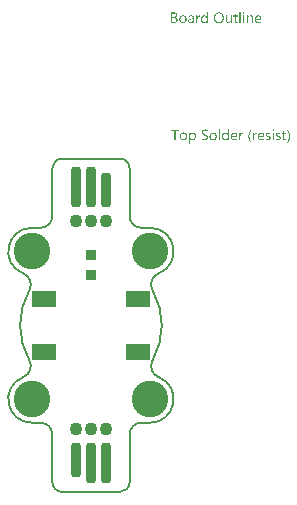
<source format=gts>
G04*
G04 #@! TF.GenerationSoftware,Altium Limited,Altium Designer,21.8.1 (53)*
G04*
G04 Layer_Color=8388736*
%FSAX25Y25*%
%MOIN*%
G70*
G04*
G04 #@! TF.SameCoordinates,94FE2971-EC38-410B-9373-26AABD127CE3*
G04*
G04*
G04 #@! TF.FilePolarity,Negative*
G04*
G01*
G75*
%ADD10C,0.00787*%
G04:AMPARAMS|DCode=17|XSize=35.43mil|YSize=135.83mil|CornerRadius=13.82mil|HoleSize=0mil|Usage=FLASHONLY|Rotation=0.000|XOffset=0mil|YOffset=0mil|HoleType=Round|Shape=RoundedRectangle|*
%AMROUNDEDRECTD17*
21,1,0.03543,0.10819,0,0,0.0*
21,1,0.00780,0.13583,0,0,0.0*
1,1,0.02764,0.00390,-0.05409*
1,1,0.02764,-0.00390,-0.05409*
1,1,0.02764,-0.00390,0.05409*
1,1,0.02764,0.00390,0.05409*
%
%ADD17ROUNDEDRECTD17*%
G04:AMPARAMS|DCode=18|XSize=35.43mil|YSize=116.14mil|CornerRadius=13.82mil|HoleSize=0mil|Usage=FLASHONLY|Rotation=0.000|XOffset=0mil|YOffset=0mil|HoleType=Round|Shape=RoundedRectangle|*
%AMROUNDEDRECTD18*
21,1,0.03543,0.08850,0,0,0.0*
21,1,0.00780,0.11614,0,0,0.0*
1,1,0.02764,0.00390,-0.04425*
1,1,0.02764,-0.00390,-0.04425*
1,1,0.02764,-0.00390,0.04425*
1,1,0.02764,0.00390,0.04425*
%
%ADD18ROUNDEDRECTD18*%
%ADD19R,0.03740X0.03740*%
%ADD20R,0.08071X0.05709*%
%ADD21C,0.04331*%
%ADD22C,0.00591*%
%ADD23C,0.12205*%
G36*
X0050981Y0136890D02*
X0051006D01*
X0051061Y0136865D01*
X0051092Y0136846D01*
X0051123Y0136821D01*
X0051129Y0136815D01*
X0051135Y0136809D01*
X0051166Y0136772D01*
X0051191Y0136710D01*
X0051197Y0136673D01*
X0051204Y0136636D01*
Y0136629D01*
Y0136617D01*
X0051197Y0136599D01*
X0051191Y0136574D01*
X0051173Y0136512D01*
X0051148Y0136481D01*
X0051123Y0136450D01*
X0051117D01*
X0051111Y0136438D01*
X0051074Y0136413D01*
X0051018Y0136388D01*
X0050981Y0136382D01*
X0050944Y0136376D01*
X0050925D01*
X0050906Y0136382D01*
X0050882D01*
X0050820Y0136407D01*
X0050789Y0136419D01*
X0050758Y0136444D01*
Y0136450D01*
X0050745Y0136456D01*
X0050733Y0136475D01*
X0050721Y0136493D01*
X0050696Y0136555D01*
X0050690Y0136592D01*
X0050684Y0136636D01*
Y0136642D01*
Y0136654D01*
X0050690Y0136673D01*
X0050696Y0136704D01*
X0050715Y0136759D01*
X0050733Y0136791D01*
X0050758Y0136821D01*
X0050764Y0136828D01*
X0050770Y0136834D01*
X0050807Y0136858D01*
X0050869Y0136883D01*
X0050906Y0136896D01*
X0050962D01*
X0050981Y0136890D01*
D02*
G37*
G36*
X0038991Y0133225D02*
X0038588D01*
Y0133646D01*
X0038576D01*
Y0133640D01*
X0038564Y0133627D01*
X0038545Y0133603D01*
X0038526Y0133572D01*
X0038495Y0133535D01*
X0038458Y0133497D01*
X0038415Y0133454D01*
X0038366Y0133411D01*
X0038310Y0133361D01*
X0038242Y0133318D01*
X0038174Y0133281D01*
X0038093Y0133244D01*
X0038013Y0133213D01*
X0037920Y0133188D01*
X0037821Y0133176D01*
X0037716Y0133169D01*
X0037672D01*
X0037635Y0133176D01*
X0037598Y0133182D01*
X0037548Y0133188D01*
X0037443Y0133213D01*
X0037319Y0133250D01*
X0037196Y0133312D01*
X0037128Y0133349D01*
X0037072Y0133392D01*
X0037010Y0133448D01*
X0036954Y0133504D01*
Y0133510D01*
X0036942Y0133522D01*
X0036929Y0133541D01*
X0036911Y0133565D01*
X0036892Y0133596D01*
X0036867Y0133640D01*
X0036843Y0133689D01*
X0036818Y0133745D01*
X0036787Y0133807D01*
X0036762Y0133875D01*
X0036737Y0133949D01*
X0036719Y0134030D01*
X0036700Y0134116D01*
X0036688Y0134215D01*
X0036682Y0134315D01*
X0036676Y0134420D01*
Y0134426D01*
Y0134444D01*
Y0134482D01*
X0036682Y0134525D01*
X0036688Y0134574D01*
X0036694Y0134636D01*
X0036700Y0134704D01*
X0036713Y0134779D01*
X0036750Y0134940D01*
X0036806Y0135107D01*
X0036843Y0135187D01*
X0036886Y0135268D01*
X0036929Y0135342D01*
X0036985Y0135416D01*
X0036991Y0135423D01*
X0036998Y0135435D01*
X0037016Y0135453D01*
X0037041Y0135478D01*
X0037072Y0135503D01*
X0037115Y0135534D01*
X0037159Y0135571D01*
X0037208Y0135608D01*
X0037332Y0135676D01*
X0037474Y0135738D01*
X0037555Y0135757D01*
X0037641Y0135775D01*
X0037728Y0135788D01*
X0037827Y0135794D01*
X0037876D01*
X0037914Y0135788D01*
X0037951Y0135782D01*
X0038000Y0135775D01*
X0038112Y0135744D01*
X0038236Y0135695D01*
X0038297Y0135664D01*
X0038359Y0135620D01*
X0038421Y0135577D01*
X0038477Y0135521D01*
X0038526Y0135460D01*
X0038576Y0135385D01*
X0038588D01*
Y0136945D01*
X0038991D01*
Y0133225D01*
D02*
G37*
G36*
X0053259Y0135788D02*
X0053333Y0135782D01*
X0053426Y0135763D01*
X0053525Y0135732D01*
X0053630Y0135682D01*
X0053735Y0135614D01*
X0053779Y0135577D01*
X0053822Y0135528D01*
X0053834Y0135515D01*
X0053859Y0135478D01*
X0053890Y0135416D01*
X0053933Y0135330D01*
X0053970Y0135224D01*
X0054008Y0135094D01*
X0054032Y0134940D01*
X0054039Y0134760D01*
Y0133225D01*
X0053636D01*
Y0134655D01*
Y0134661D01*
Y0134692D01*
X0053630Y0134729D01*
Y0134779D01*
X0053618Y0134841D01*
X0053605Y0134909D01*
X0053587Y0134983D01*
X0053562Y0135057D01*
X0053531Y0135132D01*
X0053494Y0135200D01*
X0053444Y0135268D01*
X0053389Y0135330D01*
X0053327Y0135379D01*
X0053246Y0135416D01*
X0053160Y0135447D01*
X0053054Y0135453D01*
X0053042D01*
X0053005Y0135447D01*
X0052949Y0135441D01*
X0052881Y0135423D01*
X0052801Y0135398D01*
X0052714Y0135354D01*
X0052634Y0135299D01*
X0052553Y0135224D01*
X0052547Y0135212D01*
X0052522Y0135187D01*
X0052491Y0135138D01*
X0052454Y0135070D01*
X0052417Y0134989D01*
X0052386Y0134890D01*
X0052361Y0134779D01*
X0052355Y0134655D01*
Y0133225D01*
X0051953D01*
Y0135738D01*
X0052355D01*
Y0135317D01*
X0052367D01*
X0052373Y0135323D01*
X0052380Y0135336D01*
X0052398Y0135361D01*
X0052423Y0135391D01*
X0052448Y0135429D01*
X0052485Y0135466D01*
X0052528Y0135509D01*
X0052578Y0135559D01*
X0052634Y0135602D01*
X0052695Y0135645D01*
X0052763Y0135682D01*
X0052838Y0135720D01*
X0052912Y0135750D01*
X0052999Y0135775D01*
X0053092Y0135788D01*
X0053191Y0135794D01*
X0053228D01*
X0053259Y0135788D01*
D02*
G37*
G36*
X0036261Y0135775D02*
X0036335Y0135769D01*
X0036378Y0135757D01*
X0036410Y0135744D01*
Y0135330D01*
X0036403Y0135336D01*
X0036391Y0135342D01*
X0036366Y0135354D01*
X0036335Y0135373D01*
X0036292Y0135385D01*
X0036236Y0135398D01*
X0036174Y0135404D01*
X0036106Y0135410D01*
X0036094D01*
X0036063Y0135404D01*
X0036013Y0135398D01*
X0035958Y0135379D01*
X0035883Y0135348D01*
X0035815Y0135305D01*
X0035741Y0135243D01*
X0035673Y0135162D01*
X0035667Y0135150D01*
X0035648Y0135119D01*
X0035617Y0135063D01*
X0035586Y0134989D01*
X0035555Y0134896D01*
X0035524Y0134779D01*
X0035506Y0134649D01*
X0035500Y0134500D01*
Y0133225D01*
X0035097D01*
Y0135738D01*
X0035500D01*
Y0135218D01*
X0035512D01*
Y0135224D01*
X0035518Y0135231D01*
X0035530Y0135261D01*
X0035549Y0135311D01*
X0035580Y0135373D01*
X0035611Y0135435D01*
X0035660Y0135503D01*
X0035710Y0135571D01*
X0035772Y0135633D01*
X0035778Y0135639D01*
X0035803Y0135658D01*
X0035840Y0135682D01*
X0035890Y0135707D01*
X0035945Y0135732D01*
X0036013Y0135757D01*
X0036088Y0135775D01*
X0036168Y0135782D01*
X0036224D01*
X0036261Y0135775D01*
D02*
G37*
G36*
X0047001Y0133225D02*
X0046598D01*
Y0133621D01*
X0046586D01*
Y0133615D01*
X0046573Y0133603D01*
X0046561Y0133578D01*
X0046536Y0133553D01*
X0046481Y0133479D01*
X0046394Y0133398D01*
X0046344Y0133355D01*
X0046289Y0133312D01*
X0046227Y0133274D01*
X0046152Y0133237D01*
X0046078Y0133213D01*
X0045998Y0133188D01*
X0045905Y0133176D01*
X0045812Y0133169D01*
X0045775D01*
X0045732Y0133176D01*
X0045670Y0133188D01*
X0045602Y0133200D01*
X0045527Y0133225D01*
X0045447Y0133256D01*
X0045366Y0133306D01*
X0045280Y0133361D01*
X0045199Y0133429D01*
X0045125Y0133516D01*
X0045057Y0133621D01*
X0044995Y0133739D01*
X0044952Y0133881D01*
X0044927Y0134048D01*
X0044914Y0134135D01*
Y0134234D01*
Y0135738D01*
X0045311D01*
Y0134296D01*
Y0134290D01*
Y0134265D01*
X0045317Y0134222D01*
X0045323Y0134172D01*
X0045329Y0134110D01*
X0045342Y0134048D01*
X0045360Y0133974D01*
X0045385Y0133900D01*
X0045422Y0133825D01*
X0045459Y0133757D01*
X0045509Y0133689D01*
X0045571Y0133627D01*
X0045639Y0133578D01*
X0045719Y0133541D01*
X0045818Y0133510D01*
X0045924Y0133504D01*
X0045936D01*
X0045973Y0133510D01*
X0046029Y0133516D01*
X0046091Y0133528D01*
X0046171Y0133559D01*
X0046252Y0133596D01*
X0046332Y0133646D01*
X0046406Y0133720D01*
X0046413Y0133733D01*
X0046437Y0133757D01*
X0046468Y0133807D01*
X0046505Y0133875D01*
X0046536Y0133955D01*
X0046567Y0134055D01*
X0046592Y0134166D01*
X0046598Y0134290D01*
Y0135738D01*
X0047001D01*
Y0133225D01*
D02*
G37*
G36*
X0051135D02*
X0050733D01*
Y0135738D01*
X0051135D01*
Y0133225D01*
D02*
G37*
G36*
X0049916D02*
X0049514D01*
Y0136945D01*
X0049916D01*
Y0133225D01*
D02*
G37*
G36*
X0033537Y0135788D02*
X0033593Y0135782D01*
X0033661Y0135763D01*
X0033735Y0135744D01*
X0033816Y0135713D01*
X0033902Y0135676D01*
X0033983Y0135627D01*
X0034064Y0135565D01*
X0034138Y0135491D01*
X0034206Y0135398D01*
X0034262Y0135292D01*
X0034305Y0135169D01*
X0034330Y0135026D01*
X0034342Y0134859D01*
Y0133225D01*
X0033940D01*
Y0133615D01*
X0033927D01*
Y0133609D01*
X0033915Y0133596D01*
X0033902Y0133572D01*
X0033878Y0133547D01*
X0033816Y0133473D01*
X0033735Y0133392D01*
X0033624Y0133312D01*
X0033494Y0133237D01*
X0033413Y0133213D01*
X0033333Y0133188D01*
X0033246Y0133176D01*
X0033154Y0133169D01*
X0033116D01*
X0033092Y0133176D01*
X0033024Y0133182D01*
X0032943Y0133194D01*
X0032844Y0133219D01*
X0032751Y0133250D01*
X0032652Y0133299D01*
X0032566Y0133361D01*
X0032559Y0133374D01*
X0032535Y0133398D01*
X0032497Y0133442D01*
X0032460Y0133504D01*
X0032423Y0133578D01*
X0032386Y0133665D01*
X0032361Y0133770D01*
X0032355Y0133887D01*
Y0133894D01*
Y0133918D01*
X0032361Y0133955D01*
X0032367Y0133999D01*
X0032380Y0134055D01*
X0032398Y0134116D01*
X0032423Y0134185D01*
X0032460Y0134253D01*
X0032504Y0134327D01*
X0032559Y0134401D01*
X0032627Y0134469D01*
X0032708Y0134531D01*
X0032801Y0134593D01*
X0032912Y0134643D01*
X0033036Y0134680D01*
X0033184Y0134711D01*
X0033940Y0134816D01*
Y0134822D01*
Y0134841D01*
X0033933Y0134878D01*
Y0134915D01*
X0033921Y0134964D01*
X0033915Y0135020D01*
X0033878Y0135138D01*
X0033847Y0135193D01*
X0033816Y0135249D01*
X0033773Y0135305D01*
X0033723Y0135354D01*
X0033661Y0135398D01*
X0033593Y0135429D01*
X0033513Y0135447D01*
X0033420Y0135453D01*
X0033376D01*
X0033345Y0135447D01*
X0033302D01*
X0033259Y0135435D01*
X0033147Y0135416D01*
X0033024Y0135379D01*
X0032887Y0135323D01*
X0032813Y0135286D01*
X0032745Y0135249D01*
X0032671Y0135200D01*
X0032603Y0135144D01*
Y0135559D01*
X0032609D01*
X0032621Y0135571D01*
X0032640Y0135583D01*
X0032671Y0135596D01*
X0032702Y0135614D01*
X0032745Y0135633D01*
X0032794Y0135652D01*
X0032850Y0135676D01*
X0032974Y0135720D01*
X0033123Y0135757D01*
X0033283Y0135782D01*
X0033457Y0135794D01*
X0033494D01*
X0033537Y0135788D01*
D02*
G37*
G36*
X0027849Y0136735D02*
X0027892D01*
X0027935Y0136729D01*
X0028034Y0136716D01*
X0028152Y0136685D01*
X0028276Y0136648D01*
X0028393Y0136592D01*
X0028499Y0136518D01*
X0028505D01*
X0028511Y0136506D01*
X0028542Y0136481D01*
X0028585Y0136431D01*
X0028635Y0136363D01*
X0028678Y0136277D01*
X0028721Y0136178D01*
X0028752Y0136066D01*
X0028765Y0136004D01*
Y0135936D01*
Y0135930D01*
Y0135924D01*
Y0135887D01*
X0028759Y0135831D01*
X0028746Y0135763D01*
X0028728Y0135676D01*
X0028697Y0135590D01*
X0028660Y0135503D01*
X0028604Y0135416D01*
X0028598Y0135404D01*
X0028573Y0135379D01*
X0028536Y0135342D01*
X0028486Y0135292D01*
X0028424Y0135243D01*
X0028350Y0135187D01*
X0028257Y0135144D01*
X0028158Y0135101D01*
Y0135094D01*
X0028177D01*
X0028195Y0135088D01*
X0028214Y0135082D01*
X0028282Y0135070D01*
X0028363Y0135045D01*
X0028449Y0135008D01*
X0028542Y0134964D01*
X0028635Y0134903D01*
X0028721Y0134822D01*
X0028734Y0134810D01*
X0028759Y0134779D01*
X0028790Y0134735D01*
X0028833Y0134667D01*
X0028870Y0134581D01*
X0028907Y0134482D01*
X0028932Y0134364D01*
X0028938Y0134234D01*
Y0134228D01*
Y0134215D01*
Y0134191D01*
X0028932Y0134160D01*
X0028926Y0134123D01*
X0028920Y0134079D01*
X0028895Y0133974D01*
X0028858Y0133856D01*
X0028802Y0133733D01*
X0028765Y0133677D01*
X0028721Y0133615D01*
X0028666Y0133559D01*
X0028610Y0133504D01*
X0028604D01*
X0028598Y0133491D01*
X0028579Y0133479D01*
X0028554Y0133460D01*
X0028523Y0133442D01*
X0028480Y0133417D01*
X0028387Y0133367D01*
X0028270Y0133312D01*
X0028133Y0133268D01*
X0027972Y0133237D01*
X0027892Y0133231D01*
X0027799Y0133225D01*
X0026772D01*
Y0136741D01*
X0027818D01*
X0027849Y0136735D01*
D02*
G37*
G36*
X0048344Y0135738D02*
X0048981D01*
Y0135391D01*
X0048344D01*
Y0133974D01*
Y0133962D01*
Y0133931D01*
X0048350Y0133887D01*
X0048356Y0133832D01*
X0048381Y0133714D01*
X0048399Y0133658D01*
X0048430Y0133615D01*
X0048437Y0133609D01*
X0048449Y0133596D01*
X0048468Y0133584D01*
X0048499Y0133565D01*
X0048536Y0133541D01*
X0048585Y0133528D01*
X0048647Y0133516D01*
X0048715Y0133510D01*
X0048740D01*
X0048771Y0133516D01*
X0048808Y0133522D01*
X0048895Y0133547D01*
X0048938Y0133565D01*
X0048981Y0133590D01*
Y0133244D01*
X0048975D01*
X0048957Y0133231D01*
X0048926Y0133225D01*
X0048882Y0133213D01*
X0048827Y0133200D01*
X0048765Y0133188D01*
X0048690Y0133182D01*
X0048604Y0133176D01*
X0048573D01*
X0048542Y0133182D01*
X0048499Y0133188D01*
X0048449Y0133200D01*
X0048393Y0133213D01*
X0048338Y0133237D01*
X0048276Y0133268D01*
X0048214Y0133306D01*
X0048152Y0133355D01*
X0048096Y0133411D01*
X0048047Y0133485D01*
X0048003Y0133565D01*
X0047972Y0133665D01*
X0047948Y0133776D01*
X0047941Y0133906D01*
Y0135391D01*
X0047514D01*
Y0135738D01*
X0047941D01*
Y0136351D01*
X0048344Y0136481D01*
Y0135738D01*
D02*
G37*
G36*
X0055871Y0135788D02*
X0055914Y0135782D01*
X0055958Y0135775D01*
X0056069Y0135757D01*
X0056193Y0135713D01*
X0056317Y0135658D01*
X0056378Y0135620D01*
X0056440Y0135577D01*
X0056496Y0135528D01*
X0056552Y0135472D01*
X0056558Y0135466D01*
X0056564Y0135460D01*
X0056577Y0135441D01*
X0056595Y0135416D01*
X0056614Y0135379D01*
X0056638Y0135342D01*
X0056663Y0135299D01*
X0056688Y0135243D01*
X0056713Y0135181D01*
X0056737Y0135119D01*
X0056762Y0135045D01*
X0056781Y0134964D01*
X0056799Y0134878D01*
X0056812Y0134791D01*
X0056824Y0134692D01*
Y0134587D01*
Y0134376D01*
X0055048D01*
Y0134370D01*
Y0134358D01*
Y0134339D01*
X0055054Y0134308D01*
X0055060Y0134271D01*
Y0134234D01*
X0055079Y0134135D01*
X0055110Y0134036D01*
X0055147Y0133924D01*
X0055202Y0133819D01*
X0055270Y0133726D01*
X0055283Y0133714D01*
X0055308Y0133689D01*
X0055357Y0133658D01*
X0055425Y0133615D01*
X0055512Y0133572D01*
X0055611Y0133541D01*
X0055729Y0133516D01*
X0055865Y0133504D01*
X0055908D01*
X0055939Y0133510D01*
X0055976D01*
X0056019Y0133516D01*
X0056125Y0133541D01*
X0056242Y0133572D01*
X0056372Y0133621D01*
X0056508Y0133689D01*
X0056577Y0133733D01*
X0056645Y0133782D01*
Y0133405D01*
X0056638D01*
X0056632Y0133392D01*
X0056614Y0133386D01*
X0056583Y0133367D01*
X0056552Y0133349D01*
X0056515Y0133330D01*
X0056465Y0133312D01*
X0056416Y0133287D01*
X0056354Y0133262D01*
X0056286Y0133244D01*
X0056137Y0133206D01*
X0055964Y0133182D01*
X0055772Y0133169D01*
X0055722D01*
X0055685Y0133176D01*
X0055642Y0133182D01*
X0055586Y0133188D01*
X0055468Y0133213D01*
X0055332Y0133250D01*
X0055196Y0133312D01*
X0055128Y0133355D01*
X0055060Y0133398D01*
X0054998Y0133448D01*
X0054936Y0133510D01*
X0054930Y0133516D01*
X0054924Y0133528D01*
X0054911Y0133547D01*
X0054887Y0133572D01*
X0054868Y0133609D01*
X0054843Y0133652D01*
X0054812Y0133702D01*
X0054788Y0133757D01*
X0054757Y0133819D01*
X0054732Y0133894D01*
X0054701Y0133974D01*
X0054682Y0134061D01*
X0054664Y0134153D01*
X0054645Y0134253D01*
X0054639Y0134358D01*
X0054633Y0134469D01*
Y0134475D01*
Y0134494D01*
Y0134525D01*
X0054639Y0134568D01*
X0054645Y0134618D01*
X0054651Y0134674D01*
X0054658Y0134742D01*
X0054676Y0134810D01*
X0054713Y0134958D01*
X0054769Y0135119D01*
X0054806Y0135200D01*
X0054856Y0135274D01*
X0054905Y0135354D01*
X0054961Y0135423D01*
X0054967Y0135429D01*
X0054979Y0135441D01*
X0054998Y0135460D01*
X0055023Y0135478D01*
X0055054Y0135509D01*
X0055091Y0135540D01*
X0055140Y0135571D01*
X0055190Y0135608D01*
X0055308Y0135676D01*
X0055450Y0135738D01*
X0055530Y0135757D01*
X0055611Y0135775D01*
X0055698Y0135788D01*
X0055790Y0135794D01*
X0055840D01*
X0055871Y0135788D01*
D02*
G37*
G36*
X0042829Y0136797D02*
X0042890Y0136791D01*
X0042965Y0136778D01*
X0043045Y0136759D01*
X0043132Y0136741D01*
X0043218Y0136716D01*
X0043317Y0136685D01*
X0043410Y0136642D01*
X0043509Y0136592D01*
X0043608Y0136537D01*
X0043701Y0136469D01*
X0043794Y0136394D01*
X0043881Y0136308D01*
X0043887Y0136301D01*
X0043899Y0136283D01*
X0043924Y0136258D01*
X0043949Y0136221D01*
X0043986Y0136171D01*
X0044023Y0136109D01*
X0044060Y0136041D01*
X0044104Y0135967D01*
X0044147Y0135874D01*
X0044184Y0135782D01*
X0044221Y0135676D01*
X0044258Y0135559D01*
X0044283Y0135441D01*
X0044308Y0135311D01*
X0044320Y0135169D01*
X0044326Y0135026D01*
Y0135014D01*
Y0134989D01*
Y0134946D01*
X0044320Y0134884D01*
X0044314Y0134810D01*
X0044302Y0134729D01*
X0044289Y0134636D01*
X0044271Y0134531D01*
X0044246Y0134426D01*
X0044215Y0134315D01*
X0044178Y0134203D01*
X0044135Y0134092D01*
X0044079Y0133974D01*
X0044017Y0133869D01*
X0043949Y0133764D01*
X0043868Y0133665D01*
X0043862Y0133658D01*
X0043850Y0133646D01*
X0043819Y0133621D01*
X0043788Y0133590D01*
X0043738Y0133547D01*
X0043683Y0133510D01*
X0043621Y0133460D01*
X0043547Y0133417D01*
X0043466Y0133374D01*
X0043373Y0133324D01*
X0043274Y0133287D01*
X0043163Y0133250D01*
X0043045Y0133213D01*
X0042921Y0133188D01*
X0042791Y0133176D01*
X0042649Y0133169D01*
X0042618D01*
X0042575Y0133176D01*
X0042525D01*
X0042463Y0133182D01*
X0042389Y0133194D01*
X0042309Y0133213D01*
X0042216Y0133231D01*
X0042123Y0133256D01*
X0042024Y0133287D01*
X0041925Y0133330D01*
X0041826Y0133374D01*
X0041727Y0133429D01*
X0041628Y0133497D01*
X0041535Y0133572D01*
X0041448Y0133658D01*
X0041442Y0133665D01*
X0041430Y0133683D01*
X0041405Y0133708D01*
X0041380Y0133745D01*
X0041343Y0133794D01*
X0041306Y0133856D01*
X0041269Y0133924D01*
X0041225Y0134005D01*
X0041182Y0134092D01*
X0041145Y0134185D01*
X0041108Y0134290D01*
X0041071Y0134407D01*
X0041046Y0134525D01*
X0041021Y0134655D01*
X0041009Y0134797D01*
X0041003Y0134940D01*
Y0134952D01*
Y0134977D01*
X0041009Y0135020D01*
Y0135082D01*
X0041015Y0135150D01*
X0041027Y0135237D01*
X0041040Y0135330D01*
X0041058Y0135429D01*
X0041083Y0135534D01*
X0041114Y0135645D01*
X0041151Y0135757D01*
X0041194Y0135868D01*
X0041250Y0135980D01*
X0041312Y0136091D01*
X0041380Y0136196D01*
X0041460Y0136295D01*
X0041467Y0136301D01*
X0041479Y0136320D01*
X0041510Y0136345D01*
X0041547Y0136376D01*
X0041590Y0136413D01*
X0041646Y0136456D01*
X0041714Y0136500D01*
X0041789Y0136549D01*
X0041875Y0136599D01*
X0041968Y0136642D01*
X0042067Y0136685D01*
X0042179Y0136722D01*
X0042302Y0136753D01*
X0042432Y0136784D01*
X0042568Y0136797D01*
X0042711Y0136803D01*
X0042779D01*
X0042829Y0136797D01*
D02*
G37*
G36*
X0030801Y0135788D02*
X0030845Y0135782D01*
X0030900Y0135775D01*
X0031024Y0135750D01*
X0031167Y0135707D01*
X0031309Y0135645D01*
X0031383Y0135608D01*
X0031451Y0135565D01*
X0031519Y0135509D01*
X0031581Y0135447D01*
X0031587Y0135441D01*
X0031594Y0135429D01*
X0031612Y0135410D01*
X0031631Y0135385D01*
X0031656Y0135348D01*
X0031680Y0135305D01*
X0031711Y0135255D01*
X0031742Y0135200D01*
X0031767Y0135132D01*
X0031798Y0135063D01*
X0031823Y0134983D01*
X0031847Y0134896D01*
X0031866Y0134803D01*
X0031885Y0134704D01*
X0031891Y0134599D01*
X0031897Y0134488D01*
Y0134482D01*
Y0134463D01*
Y0134432D01*
X0031891Y0134389D01*
X0031885Y0134339D01*
X0031878Y0134277D01*
X0031866Y0134215D01*
X0031854Y0134141D01*
X0031817Y0133993D01*
X0031755Y0133832D01*
X0031718Y0133751D01*
X0031668Y0133671D01*
X0031618Y0133596D01*
X0031556Y0133528D01*
X0031550Y0133522D01*
X0031538Y0133516D01*
X0031519Y0133497D01*
X0031495Y0133473D01*
X0031457Y0133448D01*
X0031420Y0133417D01*
X0031371Y0133380D01*
X0031315Y0133349D01*
X0031253Y0133318D01*
X0031185Y0133281D01*
X0031111Y0133250D01*
X0031030Y0133225D01*
X0030944Y0133200D01*
X0030851Y0133188D01*
X0030752Y0133176D01*
X0030647Y0133169D01*
X0030591D01*
X0030554Y0133176D01*
X0030510Y0133182D01*
X0030455Y0133188D01*
X0030393Y0133200D01*
X0030325Y0133213D01*
X0030182Y0133256D01*
X0030034Y0133318D01*
X0029959Y0133355D01*
X0029891Y0133405D01*
X0029823Y0133454D01*
X0029755Y0133516D01*
X0029749Y0133522D01*
X0029743Y0133535D01*
X0029724Y0133553D01*
X0029706Y0133578D01*
X0029681Y0133615D01*
X0029650Y0133658D01*
X0029619Y0133708D01*
X0029594Y0133764D01*
X0029563Y0133832D01*
X0029532Y0133900D01*
X0029501Y0133974D01*
X0029477Y0134061D01*
X0029439Y0134246D01*
X0029433Y0134345D01*
X0029427Y0134451D01*
Y0134457D01*
Y0134482D01*
Y0134512D01*
X0029433Y0134556D01*
X0029439Y0134605D01*
X0029446Y0134667D01*
X0029458Y0134735D01*
X0029471Y0134810D01*
X0029508Y0134971D01*
X0029570Y0135132D01*
X0029613Y0135212D01*
X0029656Y0135292D01*
X0029706Y0135367D01*
X0029768Y0135435D01*
X0029774Y0135441D01*
X0029786Y0135453D01*
X0029805Y0135466D01*
X0029829Y0135491D01*
X0029867Y0135515D01*
X0029910Y0135546D01*
X0029959Y0135583D01*
X0030015Y0135614D01*
X0030077Y0135645D01*
X0030151Y0135682D01*
X0030226Y0135713D01*
X0030312Y0135738D01*
X0030399Y0135763D01*
X0030498Y0135782D01*
X0030603Y0135788D01*
X0030709Y0135794D01*
X0030764D01*
X0030801Y0135788D01*
D02*
G37*
G36*
X0060798Y0097828D02*
X0060823D01*
X0060878Y0097803D01*
X0060909Y0097784D01*
X0060940Y0097760D01*
X0060947Y0097753D01*
X0060953Y0097747D01*
X0060984Y0097710D01*
X0061009Y0097648D01*
X0061015Y0097611D01*
X0061021Y0097574D01*
Y0097568D01*
Y0097555D01*
X0061015Y0097537D01*
X0061009Y0097512D01*
X0060990Y0097450D01*
X0060965Y0097419D01*
X0060940Y0097388D01*
X0060934D01*
X0060928Y0097376D01*
X0060891Y0097351D01*
X0060835Y0097326D01*
X0060798Y0097320D01*
X0060761Y0097314D01*
X0060742D01*
X0060724Y0097320D01*
X0060699D01*
X0060637Y0097345D01*
X0060606Y0097357D01*
X0060575Y0097382D01*
Y0097388D01*
X0060563Y0097394D01*
X0060550Y0097413D01*
X0060538Y0097431D01*
X0060513Y0097493D01*
X0060507Y0097531D01*
X0060501Y0097574D01*
Y0097580D01*
Y0097592D01*
X0060507Y0097611D01*
X0060513Y0097642D01*
X0060532Y0097698D01*
X0060550Y0097729D01*
X0060575Y0097760D01*
X0060581Y0097766D01*
X0060588Y0097772D01*
X0060625Y0097797D01*
X0060687Y0097821D01*
X0060724Y0097834D01*
X0060780D01*
X0060798Y0097828D01*
D02*
G37*
G36*
X0038229Y0097735D02*
X0038279D01*
X0038390Y0097722D01*
X0038514Y0097710D01*
X0038638Y0097685D01*
X0038756Y0097654D01*
X0038805Y0097636D01*
X0038855Y0097611D01*
Y0097147D01*
X0038848D01*
X0038842Y0097159D01*
X0038824Y0097165D01*
X0038799Y0097184D01*
X0038768Y0097196D01*
X0038731Y0097215D01*
X0038638Y0097258D01*
X0038526Y0097295D01*
X0038390Y0097332D01*
X0038229Y0097357D01*
X0038056Y0097363D01*
X0038006D01*
X0037969Y0097357D01*
X0037932D01*
X0037883Y0097351D01*
X0037784Y0097332D01*
X0037778D01*
X0037759Y0097326D01*
X0037734Y0097320D01*
X0037703Y0097314D01*
X0037629Y0097283D01*
X0037542Y0097246D01*
X0037536D01*
X0037524Y0097233D01*
X0037505Y0097221D01*
X0037480Y0097202D01*
X0037425Y0097147D01*
X0037369Y0097079D01*
Y0097072D01*
X0037356Y0097060D01*
X0037350Y0097041D01*
X0037338Y0097011D01*
X0037326Y0096973D01*
X0037319Y0096936D01*
X0037307Y0096837D01*
Y0096831D01*
Y0096812D01*
Y0096788D01*
X0037313Y0096757D01*
X0037326Y0096683D01*
X0037356Y0096602D01*
Y0096596D01*
X0037369Y0096583D01*
X0037375Y0096565D01*
X0037394Y0096540D01*
X0037443Y0096484D01*
X0037505Y0096422D01*
X0037511Y0096416D01*
X0037524Y0096410D01*
X0037542Y0096392D01*
X0037573Y0096373D01*
X0037610Y0096348D01*
X0037648Y0096324D01*
X0037747Y0096262D01*
X0037753Y0096255D01*
X0037771Y0096249D01*
X0037802Y0096231D01*
X0037839Y0096212D01*
X0037889Y0096187D01*
X0037945Y0096162D01*
X0038068Y0096101D01*
X0038075Y0096094D01*
X0038099Y0096082D01*
X0038137Y0096064D01*
X0038186Y0096039D01*
X0038242Y0096014D01*
X0038304Y0095977D01*
X0038427Y0095903D01*
X0038434Y0095896D01*
X0038458Y0095884D01*
X0038489Y0095865D01*
X0038533Y0095834D01*
X0038625Y0095760D01*
X0038724Y0095674D01*
X0038731Y0095667D01*
X0038749Y0095655D01*
X0038768Y0095624D01*
X0038799Y0095593D01*
X0038830Y0095550D01*
X0038867Y0095506D01*
X0038929Y0095395D01*
X0038935Y0095389D01*
X0038941Y0095370D01*
X0038954Y0095339D01*
X0038966Y0095296D01*
X0038978Y0095246D01*
X0038991Y0095184D01*
X0039003Y0095123D01*
Y0095048D01*
Y0095036D01*
Y0095005D01*
X0038997Y0094955D01*
X0038991Y0094894D01*
X0038978Y0094826D01*
X0038960Y0094751D01*
X0038935Y0094677D01*
X0038898Y0094609D01*
X0038892Y0094603D01*
X0038879Y0094578D01*
X0038855Y0094547D01*
X0038830Y0094504D01*
X0038786Y0094460D01*
X0038743Y0094411D01*
X0038687Y0094361D01*
X0038625Y0094312D01*
X0038619Y0094305D01*
X0038594Y0094293D01*
X0038557Y0094275D01*
X0038508Y0094250D01*
X0038452Y0094225D01*
X0038384Y0094200D01*
X0038304Y0094175D01*
X0038223Y0094157D01*
X0038211D01*
X0038186Y0094151D01*
X0038143Y0094145D01*
X0038081Y0094132D01*
X0038013Y0094126D01*
X0037932Y0094114D01*
X0037846Y0094107D01*
X0037697D01*
X0037629Y0094114D01*
X0037542Y0094120D01*
X0037524D01*
X0037499Y0094126D01*
X0037468Y0094132D01*
X0037387Y0094138D01*
X0037295Y0094157D01*
X0037288D01*
X0037270Y0094163D01*
X0037245Y0094169D01*
X0037214Y0094175D01*
X0037140Y0094194D01*
X0037053Y0094219D01*
X0037047D01*
X0037035Y0094225D01*
X0037016Y0094231D01*
X0036991Y0094244D01*
X0036929Y0094268D01*
X0036867Y0094305D01*
Y0094788D01*
X0036874Y0094782D01*
X0036886Y0094776D01*
X0036898Y0094764D01*
X0036923Y0094745D01*
X0036991Y0094702D01*
X0037072Y0094652D01*
X0037078D01*
X0037090Y0094646D01*
X0037115Y0094634D01*
X0037146Y0094621D01*
X0037227Y0094584D01*
X0037313Y0094553D01*
X0037319D01*
X0037338Y0094547D01*
X0037363Y0094541D01*
X0037394Y0094535D01*
X0037480Y0094510D01*
X0037573Y0094491D01*
X0037598D01*
X0037623Y0094485D01*
X0037654D01*
X0037728Y0094479D01*
X0037815Y0094473D01*
X0037876D01*
X0037945Y0094479D01*
X0038031Y0094491D01*
X0038124Y0094504D01*
X0038217Y0094528D01*
X0038304Y0094565D01*
X0038384Y0094609D01*
X0038390Y0094615D01*
X0038415Y0094634D01*
X0038446Y0094671D01*
X0038477Y0094714D01*
X0038514Y0094770D01*
X0038539Y0094844D01*
X0038564Y0094924D01*
X0038570Y0095017D01*
Y0095024D01*
Y0095042D01*
Y0095067D01*
X0038564Y0095104D01*
X0038545Y0095184D01*
X0038508Y0095265D01*
Y0095271D01*
X0038495Y0095284D01*
X0038483Y0095302D01*
X0038465Y0095327D01*
X0038409Y0095389D01*
X0038335Y0095457D01*
X0038328Y0095463D01*
X0038316Y0095475D01*
X0038291Y0095488D01*
X0038260Y0095513D01*
X0038223Y0095537D01*
X0038180Y0095568D01*
X0038075Y0095624D01*
X0038068Y0095630D01*
X0038050Y0095636D01*
X0038019Y0095655D01*
X0037975Y0095674D01*
X0037932Y0095705D01*
X0037876Y0095729D01*
X0037747Y0095797D01*
X0037740Y0095803D01*
X0037716Y0095816D01*
X0037678Y0095834D01*
X0037635Y0095853D01*
X0037586Y0095884D01*
X0037530Y0095915D01*
X0037406Y0095983D01*
X0037400Y0095989D01*
X0037381Y0096002D01*
X0037350Y0096020D01*
X0037313Y0096045D01*
X0037220Y0096113D01*
X0037128Y0096193D01*
X0037121Y0096200D01*
X0037109Y0096212D01*
X0037084Y0096237D01*
X0037059Y0096268D01*
X0037029Y0096311D01*
X0036998Y0096354D01*
X0036942Y0096453D01*
Y0096460D01*
X0036929Y0096478D01*
X0036923Y0096509D01*
X0036911Y0096552D01*
X0036898Y0096602D01*
X0036886Y0096664D01*
X0036880Y0096726D01*
X0036874Y0096800D01*
Y0096812D01*
Y0096843D01*
X0036880Y0096887D01*
X0036886Y0096943D01*
X0036898Y0097011D01*
X0036917Y0097079D01*
X0036942Y0097147D01*
X0036979Y0097215D01*
X0036985Y0097221D01*
X0036998Y0097246D01*
X0037022Y0097277D01*
X0037053Y0097320D01*
X0037090Y0097363D01*
X0037140Y0097413D01*
X0037196Y0097462D01*
X0037258Y0097506D01*
X0037264Y0097512D01*
X0037288Y0097524D01*
X0037326Y0097549D01*
X0037369Y0097574D01*
X0037431Y0097599D01*
X0037493Y0097630D01*
X0037567Y0097654D01*
X0037648Y0097679D01*
X0037660D01*
X0037685Y0097692D01*
X0037728Y0097698D01*
X0037790Y0097710D01*
X0037858Y0097722D01*
X0037932Y0097729D01*
X0038099Y0097741D01*
X0038186D01*
X0038229Y0097735D01*
D02*
G37*
G36*
X0045961Y0094163D02*
X0045558D01*
Y0094584D01*
X0045546D01*
Y0094578D01*
X0045533Y0094565D01*
X0045515Y0094541D01*
X0045496Y0094510D01*
X0045465Y0094473D01*
X0045428Y0094436D01*
X0045385Y0094392D01*
X0045336Y0094349D01*
X0045280Y0094299D01*
X0045212Y0094256D01*
X0045144Y0094219D01*
X0045063Y0094182D01*
X0044983Y0094151D01*
X0044890Y0094126D01*
X0044791Y0094114D01*
X0044686Y0094107D01*
X0044642D01*
X0044605Y0094114D01*
X0044568Y0094120D01*
X0044518Y0094126D01*
X0044413Y0094151D01*
X0044289Y0094188D01*
X0044166Y0094250D01*
X0044098Y0094287D01*
X0044042Y0094330D01*
X0043980Y0094386D01*
X0043924Y0094442D01*
Y0094448D01*
X0043912Y0094460D01*
X0043899Y0094479D01*
X0043881Y0094504D01*
X0043862Y0094535D01*
X0043837Y0094578D01*
X0043813Y0094627D01*
X0043788Y0094683D01*
X0043757Y0094745D01*
X0043732Y0094813D01*
X0043707Y0094887D01*
X0043689Y0094968D01*
X0043670Y0095055D01*
X0043658Y0095154D01*
X0043652Y0095253D01*
X0043646Y0095358D01*
Y0095364D01*
Y0095383D01*
Y0095420D01*
X0043652Y0095463D01*
X0043658Y0095513D01*
X0043664Y0095574D01*
X0043670Y0095643D01*
X0043683Y0095717D01*
X0043720Y0095878D01*
X0043776Y0096045D01*
X0043813Y0096125D01*
X0043856Y0096206D01*
X0043899Y0096280D01*
X0043955Y0096354D01*
X0043961Y0096361D01*
X0043968Y0096373D01*
X0043986Y0096392D01*
X0044011Y0096416D01*
X0044042Y0096441D01*
X0044085Y0096472D01*
X0044128Y0096509D01*
X0044178Y0096546D01*
X0044302Y0096614D01*
X0044444Y0096676D01*
X0044525Y0096695D01*
X0044611Y0096713D01*
X0044698Y0096726D01*
X0044797Y0096732D01*
X0044846D01*
X0044884Y0096726D01*
X0044921Y0096720D01*
X0044970Y0096713D01*
X0045082Y0096683D01*
X0045206Y0096633D01*
X0045267Y0096602D01*
X0045329Y0096559D01*
X0045391Y0096515D01*
X0045447Y0096460D01*
X0045496Y0096398D01*
X0045546Y0096324D01*
X0045558D01*
Y0097883D01*
X0045961D01*
Y0094163D01*
D02*
G37*
G36*
X0034014Y0096726D02*
X0034057Y0096720D01*
X0034101Y0096713D01*
X0034212Y0096689D01*
X0034336Y0096652D01*
X0034460Y0096590D01*
X0034521Y0096552D01*
X0034583Y0096503D01*
X0034639Y0096453D01*
X0034695Y0096392D01*
X0034701Y0096385D01*
X0034707Y0096379D01*
X0034720Y0096354D01*
X0034738Y0096330D01*
X0034757Y0096299D01*
X0034782Y0096255D01*
X0034806Y0096206D01*
X0034831Y0096156D01*
X0034856Y0096094D01*
X0034881Y0096026D01*
X0034905Y0095952D01*
X0034924Y0095872D01*
X0034955Y0095692D01*
X0034967Y0095593D01*
Y0095488D01*
Y0095482D01*
Y0095463D01*
Y0095426D01*
X0034961Y0095383D01*
Y0095333D01*
X0034949Y0095271D01*
X0034942Y0095203D01*
X0034930Y0095129D01*
X0034893Y0094968D01*
X0034837Y0094801D01*
X0034800Y0094720D01*
X0034763Y0094640D01*
X0034713Y0094559D01*
X0034658Y0094485D01*
X0034651Y0094479D01*
X0034645Y0094467D01*
X0034627Y0094448D01*
X0034602Y0094429D01*
X0034571Y0094398D01*
X0034534Y0094367D01*
X0034491Y0094330D01*
X0034441Y0094299D01*
X0034385Y0094262D01*
X0034323Y0094225D01*
X0034175Y0094169D01*
X0034094Y0094145D01*
X0034014Y0094126D01*
X0033921Y0094114D01*
X0033822Y0094107D01*
X0033773D01*
X0033742Y0094114D01*
X0033698Y0094120D01*
X0033655Y0094132D01*
X0033544Y0094157D01*
X0033426Y0094207D01*
X0033358Y0094244D01*
X0033296Y0094281D01*
X0033234Y0094330D01*
X0033178Y0094386D01*
X0033116Y0094448D01*
X0033067Y0094522D01*
X0033055D01*
Y0093012D01*
X0032652D01*
Y0096676D01*
X0033055D01*
Y0096231D01*
X0033067D01*
X0033073Y0096237D01*
X0033079Y0096255D01*
X0033098Y0096280D01*
X0033123Y0096311D01*
X0033154Y0096348D01*
X0033191Y0096392D01*
X0033234Y0096435D01*
X0033290Y0096484D01*
X0033345Y0096528D01*
X0033407Y0096571D01*
X0033482Y0096614D01*
X0033556Y0096652D01*
X0033643Y0096689D01*
X0033735Y0096713D01*
X0033828Y0096726D01*
X0033933Y0096732D01*
X0033983D01*
X0034014Y0096726D01*
D02*
G37*
G36*
X0062705D02*
X0062785Y0096720D01*
X0062872Y0096707D01*
X0062971Y0096683D01*
X0063070Y0096658D01*
X0063169Y0096621D01*
Y0096212D01*
X0063156Y0096218D01*
X0063119Y0096243D01*
X0063064Y0096268D01*
X0062989Y0096305D01*
X0062897Y0096336D01*
X0062785Y0096367D01*
X0062661Y0096385D01*
X0062531Y0096392D01*
X0062463D01*
X0062401Y0096379D01*
X0062327Y0096367D01*
X0062321D01*
X0062315Y0096361D01*
X0062278Y0096348D01*
X0062228Y0096324D01*
X0062172Y0096293D01*
X0062160Y0096286D01*
X0062135Y0096262D01*
X0062104Y0096224D01*
X0062073Y0096181D01*
X0062067Y0096169D01*
X0062055Y0096138D01*
X0062042Y0096094D01*
X0062036Y0096039D01*
Y0096033D01*
Y0096020D01*
Y0096002D01*
X0062042Y0095983D01*
X0062055Y0095927D01*
X0062073Y0095872D01*
X0062079Y0095859D01*
X0062098Y0095834D01*
X0062135Y0095797D01*
X0062178Y0095754D01*
X0062185D01*
X0062191Y0095748D01*
X0062228Y0095723D01*
X0062278Y0095692D01*
X0062346Y0095661D01*
X0062352D01*
X0062364Y0095655D01*
X0062383Y0095649D01*
X0062414Y0095636D01*
X0062482Y0095612D01*
X0062568Y0095574D01*
X0062575D01*
X0062599Y0095562D01*
X0062630Y0095550D01*
X0062668Y0095537D01*
X0062766Y0095494D01*
X0062866Y0095445D01*
X0062872D01*
X0062890Y0095432D01*
X0062915Y0095420D01*
X0062946Y0095401D01*
X0063020Y0095352D01*
X0063095Y0095290D01*
X0063101Y0095284D01*
X0063113Y0095277D01*
X0063125Y0095259D01*
X0063150Y0095234D01*
X0063194Y0095172D01*
X0063237Y0095092D01*
Y0095086D01*
X0063243Y0095073D01*
X0063256Y0095048D01*
X0063262Y0095017D01*
X0063274Y0094980D01*
X0063280Y0094937D01*
X0063287Y0094832D01*
Y0094826D01*
Y0094801D01*
X0063280Y0094764D01*
X0063274Y0094720D01*
X0063268Y0094671D01*
X0063249Y0094615D01*
X0063231Y0094565D01*
X0063200Y0094510D01*
X0063194Y0094504D01*
X0063187Y0094485D01*
X0063169Y0094460D01*
X0063144Y0094429D01*
X0063113Y0094392D01*
X0063076Y0094355D01*
X0062983Y0094281D01*
X0062977Y0094275D01*
X0062958Y0094268D01*
X0062934Y0094250D01*
X0062890Y0094231D01*
X0062847Y0094207D01*
X0062791Y0094188D01*
X0062736Y0094169D01*
X0062668Y0094151D01*
X0062661D01*
X0062637Y0094145D01*
X0062599Y0094138D01*
X0062556Y0094132D01*
X0062494Y0094120D01*
X0062432Y0094114D01*
X0062290Y0094107D01*
X0062228D01*
X0062154Y0094114D01*
X0062061Y0094126D01*
X0061956Y0094145D01*
X0061844Y0094169D01*
X0061733Y0094200D01*
X0061621Y0094250D01*
Y0094683D01*
X0061628D01*
X0061634Y0094671D01*
X0061652Y0094658D01*
X0061677Y0094646D01*
X0061745Y0094609D01*
X0061838Y0094565D01*
X0061943Y0094516D01*
X0062067Y0094479D01*
X0062203Y0094454D01*
X0062346Y0094442D01*
X0062395D01*
X0062426Y0094448D01*
X0062513Y0094460D01*
X0062612Y0094485D01*
X0062705Y0094528D01*
X0062748Y0094559D01*
X0062791Y0094590D01*
X0062822Y0094634D01*
X0062847Y0094677D01*
X0062866Y0094733D01*
X0062872Y0094794D01*
Y0094801D01*
Y0094813D01*
Y0094832D01*
X0062866Y0094850D01*
X0062853Y0094906D01*
X0062828Y0094962D01*
Y0094968D01*
X0062822Y0094974D01*
X0062797Y0095005D01*
X0062760Y0095048D01*
X0062705Y0095086D01*
X0062698D01*
X0062692Y0095098D01*
X0062655Y0095116D01*
X0062599Y0095154D01*
X0062525Y0095184D01*
X0062519D01*
X0062507Y0095191D01*
X0062488Y0095203D01*
X0062457Y0095215D01*
X0062389Y0095240D01*
X0062302Y0095277D01*
X0062296D01*
X0062271Y0095290D01*
X0062240Y0095302D01*
X0062203Y0095315D01*
X0062104Y0095358D01*
X0062005Y0095407D01*
X0061999Y0095414D01*
X0061987Y0095420D01*
X0061962Y0095432D01*
X0061931Y0095451D01*
X0061863Y0095500D01*
X0061795Y0095556D01*
X0061788Y0095562D01*
X0061782Y0095568D01*
X0061764Y0095587D01*
X0061745Y0095612D01*
X0061702Y0095674D01*
X0061665Y0095748D01*
Y0095754D01*
X0061659Y0095766D01*
X0061652Y0095791D01*
X0061646Y0095822D01*
X0061640Y0095859D01*
X0061634Y0095903D01*
X0061628Y0096008D01*
Y0096014D01*
Y0096039D01*
X0061634Y0096070D01*
X0061640Y0096113D01*
X0061646Y0096162D01*
X0061665Y0096212D01*
X0061683Y0096268D01*
X0061708Y0096317D01*
X0061714Y0096324D01*
X0061720Y0096342D01*
X0061739Y0096367D01*
X0061764Y0096398D01*
X0061832Y0096472D01*
X0061918Y0096546D01*
X0061925Y0096552D01*
X0061943Y0096559D01*
X0061968Y0096577D01*
X0062011Y0096596D01*
X0062055Y0096621D01*
X0062104Y0096645D01*
X0062228Y0096683D01*
X0062234D01*
X0062259Y0096689D01*
X0062290Y0096701D01*
X0062339Y0096707D01*
X0062389Y0096720D01*
X0062451Y0096726D01*
X0062587Y0096732D01*
X0062643D01*
X0062705Y0096726D01*
D02*
G37*
G36*
X0059350D02*
X0059430Y0096720D01*
X0059517Y0096707D01*
X0059616Y0096683D01*
X0059715Y0096658D01*
X0059814Y0096621D01*
Y0096212D01*
X0059802Y0096218D01*
X0059764Y0096243D01*
X0059709Y0096268D01*
X0059634Y0096305D01*
X0059541Y0096336D01*
X0059430Y0096367D01*
X0059306Y0096385D01*
X0059176Y0096392D01*
X0059108D01*
X0059046Y0096379D01*
X0058972Y0096367D01*
X0058966D01*
X0058960Y0096361D01*
X0058922Y0096348D01*
X0058873Y0096324D01*
X0058817Y0096293D01*
X0058805Y0096286D01*
X0058780Y0096262D01*
X0058749Y0096224D01*
X0058718Y0096181D01*
X0058712Y0096169D01*
X0058700Y0096138D01*
X0058687Y0096094D01*
X0058681Y0096039D01*
Y0096033D01*
Y0096020D01*
Y0096002D01*
X0058687Y0095983D01*
X0058700Y0095927D01*
X0058718Y0095872D01*
X0058724Y0095859D01*
X0058743Y0095834D01*
X0058780Y0095797D01*
X0058824Y0095754D01*
X0058830D01*
X0058836Y0095748D01*
X0058873Y0095723D01*
X0058922Y0095692D01*
X0058991Y0095661D01*
X0058997D01*
X0059009Y0095655D01*
X0059028Y0095649D01*
X0059059Y0095636D01*
X0059127Y0095612D01*
X0059213Y0095574D01*
X0059220D01*
X0059244Y0095562D01*
X0059275Y0095550D01*
X0059312Y0095537D01*
X0059412Y0095494D01*
X0059511Y0095445D01*
X0059517D01*
X0059535Y0095432D01*
X0059560Y0095420D01*
X0059591Y0095401D01*
X0059665Y0095352D01*
X0059740Y0095290D01*
X0059746Y0095284D01*
X0059758Y0095277D01*
X0059771Y0095259D01*
X0059795Y0095234D01*
X0059839Y0095172D01*
X0059882Y0095092D01*
Y0095086D01*
X0059888Y0095073D01*
X0059900Y0095048D01*
X0059907Y0095017D01*
X0059919Y0094980D01*
X0059925Y0094937D01*
X0059931Y0094832D01*
Y0094826D01*
Y0094801D01*
X0059925Y0094764D01*
X0059919Y0094720D01*
X0059913Y0094671D01*
X0059894Y0094615D01*
X0059876Y0094565D01*
X0059845Y0094510D01*
X0059839Y0094504D01*
X0059832Y0094485D01*
X0059814Y0094460D01*
X0059789Y0094429D01*
X0059758Y0094392D01*
X0059721Y0094355D01*
X0059628Y0094281D01*
X0059622Y0094275D01*
X0059603Y0094268D01*
X0059579Y0094250D01*
X0059535Y0094231D01*
X0059492Y0094207D01*
X0059436Y0094188D01*
X0059381Y0094169D01*
X0059312Y0094151D01*
X0059306D01*
X0059281Y0094145D01*
X0059244Y0094138D01*
X0059201Y0094132D01*
X0059139Y0094120D01*
X0059077Y0094114D01*
X0058935Y0094107D01*
X0058873D01*
X0058799Y0094114D01*
X0058706Y0094126D01*
X0058601Y0094145D01*
X0058489Y0094169D01*
X0058378Y0094200D01*
X0058266Y0094250D01*
Y0094683D01*
X0058273D01*
X0058279Y0094671D01*
X0058297Y0094658D01*
X0058322Y0094646D01*
X0058390Y0094609D01*
X0058483Y0094565D01*
X0058588Y0094516D01*
X0058712Y0094479D01*
X0058848Y0094454D01*
X0058991Y0094442D01*
X0059040D01*
X0059071Y0094448D01*
X0059158Y0094460D01*
X0059257Y0094485D01*
X0059350Y0094528D01*
X0059393Y0094559D01*
X0059436Y0094590D01*
X0059467Y0094634D01*
X0059492Y0094677D01*
X0059511Y0094733D01*
X0059517Y0094794D01*
Y0094801D01*
Y0094813D01*
Y0094832D01*
X0059511Y0094850D01*
X0059498Y0094906D01*
X0059473Y0094962D01*
Y0094968D01*
X0059467Y0094974D01*
X0059443Y0095005D01*
X0059405Y0095048D01*
X0059350Y0095086D01*
X0059343D01*
X0059337Y0095098D01*
X0059300Y0095116D01*
X0059244Y0095154D01*
X0059170Y0095184D01*
X0059164D01*
X0059152Y0095191D01*
X0059133Y0095203D01*
X0059102Y0095215D01*
X0059034Y0095240D01*
X0058947Y0095277D01*
X0058941D01*
X0058916Y0095290D01*
X0058885Y0095302D01*
X0058848Y0095315D01*
X0058749Y0095358D01*
X0058650Y0095407D01*
X0058644Y0095414D01*
X0058632Y0095420D01*
X0058607Y0095432D01*
X0058576Y0095451D01*
X0058508Y0095500D01*
X0058440Y0095556D01*
X0058434Y0095562D01*
X0058427Y0095568D01*
X0058409Y0095587D01*
X0058390Y0095612D01*
X0058347Y0095674D01*
X0058310Y0095748D01*
Y0095754D01*
X0058303Y0095766D01*
X0058297Y0095791D01*
X0058291Y0095822D01*
X0058285Y0095859D01*
X0058279Y0095903D01*
X0058273Y0096008D01*
Y0096014D01*
Y0096039D01*
X0058279Y0096070D01*
X0058285Y0096113D01*
X0058291Y0096162D01*
X0058310Y0096212D01*
X0058328Y0096268D01*
X0058353Y0096317D01*
X0058359Y0096324D01*
X0058365Y0096342D01*
X0058384Y0096367D01*
X0058409Y0096398D01*
X0058477Y0096472D01*
X0058564Y0096546D01*
X0058570Y0096552D01*
X0058588Y0096559D01*
X0058613Y0096577D01*
X0058656Y0096596D01*
X0058700Y0096621D01*
X0058749Y0096645D01*
X0058873Y0096683D01*
X0058879D01*
X0058904Y0096689D01*
X0058935Y0096701D01*
X0058984Y0096707D01*
X0059034Y0096720D01*
X0059096Y0096726D01*
X0059232Y0096732D01*
X0059288D01*
X0059350Y0096726D01*
D02*
G37*
G36*
X0055202Y0096713D02*
X0055277Y0096707D01*
X0055320Y0096695D01*
X0055351Y0096683D01*
Y0096268D01*
X0055345Y0096274D01*
X0055332Y0096280D01*
X0055308Y0096293D01*
X0055277Y0096311D01*
X0055233Y0096324D01*
X0055178Y0096336D01*
X0055116Y0096342D01*
X0055048Y0096348D01*
X0055035D01*
X0055004Y0096342D01*
X0054955Y0096336D01*
X0054899Y0096317D01*
X0054825Y0096286D01*
X0054757Y0096243D01*
X0054682Y0096181D01*
X0054614Y0096101D01*
X0054608Y0096088D01*
X0054589Y0096057D01*
X0054559Y0096002D01*
X0054528Y0095927D01*
X0054497Y0095834D01*
X0054466Y0095717D01*
X0054447Y0095587D01*
X0054441Y0095438D01*
Y0094163D01*
X0054039D01*
Y0096676D01*
X0054441D01*
Y0096156D01*
X0054453D01*
Y0096162D01*
X0054460Y0096169D01*
X0054472Y0096200D01*
X0054491Y0096249D01*
X0054521Y0096311D01*
X0054552Y0096373D01*
X0054602Y0096441D01*
X0054651Y0096509D01*
X0054713Y0096571D01*
X0054720Y0096577D01*
X0054744Y0096596D01*
X0054781Y0096621D01*
X0054831Y0096645D01*
X0054887Y0096670D01*
X0054955Y0096695D01*
X0055029Y0096713D01*
X0055110Y0096720D01*
X0055165D01*
X0055202Y0096713D01*
D02*
G37*
G36*
X0050566D02*
X0050640Y0096707D01*
X0050684Y0096695D01*
X0050715Y0096683D01*
Y0096268D01*
X0050708Y0096274D01*
X0050696Y0096280D01*
X0050671Y0096293D01*
X0050640Y0096311D01*
X0050597Y0096324D01*
X0050541Y0096336D01*
X0050479Y0096342D01*
X0050411Y0096348D01*
X0050399D01*
X0050368Y0096342D01*
X0050318Y0096336D01*
X0050263Y0096317D01*
X0050188Y0096286D01*
X0050120Y0096243D01*
X0050046Y0096181D01*
X0049978Y0096101D01*
X0049972Y0096088D01*
X0049953Y0096057D01*
X0049922Y0096002D01*
X0049891Y0095927D01*
X0049860Y0095834D01*
X0049829Y0095717D01*
X0049811Y0095587D01*
X0049805Y0095438D01*
Y0094163D01*
X0049402D01*
Y0096676D01*
X0049805D01*
Y0096156D01*
X0049817D01*
Y0096162D01*
X0049823Y0096169D01*
X0049836Y0096200D01*
X0049854Y0096249D01*
X0049885Y0096311D01*
X0049916Y0096373D01*
X0049966Y0096441D01*
X0050015Y0096509D01*
X0050077Y0096571D01*
X0050083Y0096577D01*
X0050108Y0096596D01*
X0050145Y0096621D01*
X0050195Y0096645D01*
X0050250Y0096670D01*
X0050318Y0096695D01*
X0050393Y0096713D01*
X0050473Y0096720D01*
X0050529D01*
X0050566Y0096713D01*
D02*
G37*
G36*
X0060953Y0094163D02*
X0060550D01*
Y0096676D01*
X0060953D01*
Y0094163D01*
D02*
G37*
G36*
X0042996D02*
X0042593D01*
Y0097883D01*
X0042996D01*
Y0094163D01*
D02*
G37*
G36*
X0029210Y0097308D02*
X0028195D01*
Y0094163D01*
X0027787D01*
Y0097308D01*
X0026772D01*
Y0097679D01*
X0029210D01*
Y0097308D01*
D02*
G37*
G36*
X0064438Y0096676D02*
X0065075D01*
Y0096330D01*
X0064438D01*
Y0094912D01*
Y0094900D01*
Y0094869D01*
X0064444Y0094826D01*
X0064450Y0094770D01*
X0064475Y0094652D01*
X0064494Y0094596D01*
X0064525Y0094553D01*
X0064531Y0094547D01*
X0064543Y0094535D01*
X0064562Y0094522D01*
X0064593Y0094504D01*
X0064630Y0094479D01*
X0064679Y0094467D01*
X0064741Y0094454D01*
X0064809Y0094448D01*
X0064834D01*
X0064865Y0094454D01*
X0064902Y0094460D01*
X0064989Y0094485D01*
X0065032Y0094504D01*
X0065075Y0094528D01*
Y0094182D01*
X0065069D01*
X0065051Y0094169D01*
X0065020Y0094163D01*
X0064976Y0094151D01*
X0064921Y0094138D01*
X0064859Y0094126D01*
X0064784Y0094120D01*
X0064698Y0094114D01*
X0064667D01*
X0064636Y0094120D01*
X0064593Y0094126D01*
X0064543Y0094138D01*
X0064487Y0094151D01*
X0064432Y0094175D01*
X0064370Y0094207D01*
X0064308Y0094244D01*
X0064246Y0094293D01*
X0064190Y0094349D01*
X0064141Y0094423D01*
X0064097Y0094504D01*
X0064066Y0094603D01*
X0064042Y0094714D01*
X0064035Y0094844D01*
Y0096330D01*
X0063608D01*
Y0096676D01*
X0064035D01*
Y0097289D01*
X0064438Y0097419D01*
Y0096676D01*
D02*
G37*
G36*
X0056855Y0096726D02*
X0056898Y0096720D01*
X0056942Y0096713D01*
X0057053Y0096695D01*
X0057177Y0096652D01*
X0057301Y0096596D01*
X0057363Y0096559D01*
X0057424Y0096515D01*
X0057480Y0096466D01*
X0057536Y0096410D01*
X0057542Y0096404D01*
X0057548Y0096398D01*
X0057561Y0096379D01*
X0057579Y0096354D01*
X0057598Y0096317D01*
X0057623Y0096280D01*
X0057647Y0096237D01*
X0057672Y0096181D01*
X0057697Y0096119D01*
X0057722Y0096057D01*
X0057746Y0095983D01*
X0057765Y0095903D01*
X0057784Y0095816D01*
X0057796Y0095729D01*
X0057808Y0095630D01*
Y0095525D01*
Y0095315D01*
X0056032D01*
Y0095308D01*
Y0095296D01*
Y0095277D01*
X0056038Y0095246D01*
X0056044Y0095209D01*
Y0095172D01*
X0056063Y0095073D01*
X0056094Y0094974D01*
X0056131Y0094863D01*
X0056186Y0094757D01*
X0056255Y0094665D01*
X0056267Y0094652D01*
X0056292Y0094627D01*
X0056341Y0094596D01*
X0056409Y0094553D01*
X0056496Y0094510D01*
X0056595Y0094479D01*
X0056713Y0094454D01*
X0056849Y0094442D01*
X0056892D01*
X0056923Y0094448D01*
X0056960D01*
X0057004Y0094454D01*
X0057109Y0094479D01*
X0057226Y0094510D01*
X0057356Y0094559D01*
X0057493Y0094627D01*
X0057561Y0094671D01*
X0057629Y0094720D01*
Y0094343D01*
X0057623D01*
X0057616Y0094330D01*
X0057598Y0094324D01*
X0057567Y0094305D01*
X0057536Y0094287D01*
X0057499Y0094268D01*
X0057449Y0094250D01*
X0057400Y0094225D01*
X0057338Y0094200D01*
X0057270Y0094182D01*
X0057121Y0094145D01*
X0056948Y0094120D01*
X0056756Y0094107D01*
X0056707D01*
X0056669Y0094114D01*
X0056626Y0094120D01*
X0056570Y0094126D01*
X0056453Y0094151D01*
X0056317Y0094188D01*
X0056180Y0094250D01*
X0056112Y0094293D01*
X0056044Y0094336D01*
X0055982Y0094386D01*
X0055920Y0094448D01*
X0055914Y0094454D01*
X0055908Y0094467D01*
X0055896Y0094485D01*
X0055871Y0094510D01*
X0055852Y0094547D01*
X0055827Y0094590D01*
X0055797Y0094640D01*
X0055772Y0094696D01*
X0055741Y0094757D01*
X0055716Y0094832D01*
X0055685Y0094912D01*
X0055667Y0094999D01*
X0055648Y0095092D01*
X0055629Y0095191D01*
X0055623Y0095296D01*
X0055617Y0095407D01*
Y0095414D01*
Y0095432D01*
Y0095463D01*
X0055623Y0095506D01*
X0055629Y0095556D01*
X0055636Y0095612D01*
X0055642Y0095680D01*
X0055660Y0095748D01*
X0055698Y0095896D01*
X0055753Y0096057D01*
X0055790Y0096138D01*
X0055840Y0096212D01*
X0055889Y0096293D01*
X0055945Y0096361D01*
X0055951Y0096367D01*
X0055964Y0096379D01*
X0055982Y0096398D01*
X0056007Y0096416D01*
X0056038Y0096447D01*
X0056075Y0096478D01*
X0056125Y0096509D01*
X0056174Y0096546D01*
X0056292Y0096614D01*
X0056434Y0096676D01*
X0056515Y0096695D01*
X0056595Y0096713D01*
X0056682Y0096726D01*
X0056775Y0096732D01*
X0056824D01*
X0056855Y0096726D01*
D02*
G37*
G36*
X0047842D02*
X0047886Y0096720D01*
X0047929Y0096713D01*
X0048041Y0096695D01*
X0048164Y0096652D01*
X0048288Y0096596D01*
X0048350Y0096559D01*
X0048412Y0096515D01*
X0048468Y0096466D01*
X0048523Y0096410D01*
X0048529Y0096404D01*
X0048536Y0096398D01*
X0048548Y0096379D01*
X0048567Y0096354D01*
X0048585Y0096317D01*
X0048610Y0096280D01*
X0048635Y0096237D01*
X0048660Y0096181D01*
X0048684Y0096119D01*
X0048709Y0096057D01*
X0048734Y0095983D01*
X0048752Y0095903D01*
X0048771Y0095816D01*
X0048783Y0095729D01*
X0048796Y0095630D01*
Y0095525D01*
Y0095315D01*
X0047019D01*
Y0095308D01*
Y0095296D01*
Y0095277D01*
X0047025Y0095246D01*
X0047032Y0095209D01*
Y0095172D01*
X0047050Y0095073D01*
X0047081Y0094974D01*
X0047118Y0094863D01*
X0047174Y0094757D01*
X0047242Y0094665D01*
X0047254Y0094652D01*
X0047279Y0094627D01*
X0047329Y0094596D01*
X0047397Y0094553D01*
X0047483Y0094510D01*
X0047582Y0094479D01*
X0047700Y0094454D01*
X0047836Y0094442D01*
X0047880D01*
X0047910Y0094448D01*
X0047948D01*
X0047991Y0094454D01*
X0048096Y0094479D01*
X0048214Y0094510D01*
X0048344Y0094559D01*
X0048480Y0094627D01*
X0048548Y0094671D01*
X0048616Y0094720D01*
Y0094343D01*
X0048610D01*
X0048604Y0094330D01*
X0048585Y0094324D01*
X0048554Y0094305D01*
X0048523Y0094287D01*
X0048486Y0094268D01*
X0048437Y0094250D01*
X0048387Y0094225D01*
X0048325Y0094200D01*
X0048257Y0094182D01*
X0048109Y0094145D01*
X0047935Y0094120D01*
X0047743Y0094107D01*
X0047694D01*
X0047657Y0094114D01*
X0047613Y0094120D01*
X0047558Y0094126D01*
X0047440Y0094151D01*
X0047304Y0094188D01*
X0047168Y0094250D01*
X0047100Y0094293D01*
X0047032Y0094336D01*
X0046970Y0094386D01*
X0046908Y0094448D01*
X0046902Y0094454D01*
X0046895Y0094467D01*
X0046883Y0094485D01*
X0046858Y0094510D01*
X0046840Y0094547D01*
X0046815Y0094590D01*
X0046784Y0094640D01*
X0046759Y0094696D01*
X0046728Y0094757D01*
X0046703Y0094832D01*
X0046672Y0094912D01*
X0046654Y0094999D01*
X0046635Y0095092D01*
X0046617Y0095191D01*
X0046611Y0095296D01*
X0046604Y0095407D01*
Y0095414D01*
Y0095432D01*
Y0095463D01*
X0046611Y0095506D01*
X0046617Y0095556D01*
X0046623Y0095612D01*
X0046629Y0095680D01*
X0046648Y0095748D01*
X0046685Y0095896D01*
X0046741Y0096057D01*
X0046778Y0096138D01*
X0046827Y0096212D01*
X0046877Y0096293D01*
X0046933Y0096361D01*
X0046939Y0096367D01*
X0046951Y0096379D01*
X0046970Y0096398D01*
X0046994Y0096416D01*
X0047025Y0096447D01*
X0047063Y0096478D01*
X0047112Y0096509D01*
X0047161Y0096546D01*
X0047279Y0096614D01*
X0047422Y0096676D01*
X0047502Y0096695D01*
X0047582Y0096713D01*
X0047669Y0096726D01*
X0047762Y0096732D01*
X0047811D01*
X0047842Y0096726D01*
D02*
G37*
G36*
X0040854D02*
X0040897Y0096720D01*
X0040953Y0096713D01*
X0041077Y0096689D01*
X0041219Y0096645D01*
X0041361Y0096583D01*
X0041436Y0096546D01*
X0041504Y0096503D01*
X0041572Y0096447D01*
X0041634Y0096385D01*
X0041640Y0096379D01*
X0041646Y0096367D01*
X0041665Y0096348D01*
X0041683Y0096324D01*
X0041708Y0096286D01*
X0041733Y0096243D01*
X0041764Y0096193D01*
X0041795Y0096138D01*
X0041820Y0096070D01*
X0041851Y0096002D01*
X0041875Y0095921D01*
X0041900Y0095834D01*
X0041919Y0095742D01*
X0041937Y0095643D01*
X0041943Y0095537D01*
X0041949Y0095426D01*
Y0095420D01*
Y0095401D01*
Y0095370D01*
X0041943Y0095327D01*
X0041937Y0095277D01*
X0041931Y0095215D01*
X0041919Y0095154D01*
X0041906Y0095079D01*
X0041869Y0094931D01*
X0041807Y0094770D01*
X0041770Y0094689D01*
X0041721Y0094609D01*
X0041671Y0094535D01*
X0041609Y0094467D01*
X0041603Y0094460D01*
X0041590Y0094454D01*
X0041572Y0094436D01*
X0041547Y0094411D01*
X0041510Y0094386D01*
X0041473Y0094355D01*
X0041423Y0094318D01*
X0041368Y0094287D01*
X0041306Y0094256D01*
X0041238Y0094219D01*
X0041163Y0094188D01*
X0041083Y0094163D01*
X0040996Y0094138D01*
X0040903Y0094126D01*
X0040804Y0094114D01*
X0040699Y0094107D01*
X0040643D01*
X0040606Y0094114D01*
X0040563Y0094120D01*
X0040507Y0094126D01*
X0040445Y0094138D01*
X0040377Y0094151D01*
X0040235Y0094194D01*
X0040086Y0094256D01*
X0040012Y0094293D01*
X0039944Y0094343D01*
X0039876Y0094392D01*
X0039808Y0094454D01*
X0039802Y0094460D01*
X0039795Y0094473D01*
X0039777Y0094491D01*
X0039758Y0094516D01*
X0039733Y0094553D01*
X0039703Y0094596D01*
X0039672Y0094646D01*
X0039647Y0094702D01*
X0039616Y0094770D01*
X0039585Y0094838D01*
X0039554Y0094912D01*
X0039529Y0094999D01*
X0039492Y0095184D01*
X0039486Y0095284D01*
X0039480Y0095389D01*
Y0095395D01*
Y0095420D01*
Y0095451D01*
X0039486Y0095494D01*
X0039492Y0095543D01*
X0039498Y0095605D01*
X0039511Y0095674D01*
X0039523Y0095748D01*
X0039560Y0095909D01*
X0039622Y0096070D01*
X0039665Y0096150D01*
X0039709Y0096231D01*
X0039758Y0096305D01*
X0039820Y0096373D01*
X0039826Y0096379D01*
X0039839Y0096392D01*
X0039857Y0096404D01*
X0039882Y0096429D01*
X0039919Y0096453D01*
X0039963Y0096484D01*
X0040012Y0096522D01*
X0040068Y0096552D01*
X0040130Y0096583D01*
X0040204Y0096621D01*
X0040278Y0096652D01*
X0040365Y0096676D01*
X0040451Y0096701D01*
X0040551Y0096720D01*
X0040656Y0096726D01*
X0040761Y0096732D01*
X0040817D01*
X0040854Y0096726D01*
D02*
G37*
G36*
X0030913D02*
X0030956Y0096720D01*
X0031012Y0096713D01*
X0031136Y0096689D01*
X0031278Y0096645D01*
X0031420Y0096583D01*
X0031495Y0096546D01*
X0031563Y0096503D01*
X0031631Y0096447D01*
X0031693Y0096385D01*
X0031699Y0096379D01*
X0031705Y0096367D01*
X0031724Y0096348D01*
X0031742Y0096324D01*
X0031767Y0096286D01*
X0031792Y0096243D01*
X0031823Y0096193D01*
X0031854Y0096138D01*
X0031878Y0096070D01*
X0031909Y0096002D01*
X0031934Y0095921D01*
X0031959Y0095834D01*
X0031977Y0095742D01*
X0031996Y0095643D01*
X0032002Y0095537D01*
X0032008Y0095426D01*
Y0095420D01*
Y0095401D01*
Y0095370D01*
X0032002Y0095327D01*
X0031996Y0095277D01*
X0031990Y0095215D01*
X0031977Y0095154D01*
X0031965Y0095079D01*
X0031928Y0094931D01*
X0031866Y0094770D01*
X0031829Y0094689D01*
X0031779Y0094609D01*
X0031730Y0094535D01*
X0031668Y0094467D01*
X0031662Y0094460D01*
X0031649Y0094454D01*
X0031631Y0094436D01*
X0031606Y0094411D01*
X0031569Y0094386D01*
X0031532Y0094355D01*
X0031482Y0094318D01*
X0031427Y0094287D01*
X0031365Y0094256D01*
X0031297Y0094219D01*
X0031222Y0094188D01*
X0031142Y0094163D01*
X0031055Y0094138D01*
X0030962Y0094126D01*
X0030863Y0094114D01*
X0030758Y0094107D01*
X0030702D01*
X0030665Y0094114D01*
X0030622Y0094120D01*
X0030566Y0094126D01*
X0030504Y0094138D01*
X0030436Y0094151D01*
X0030294Y0094194D01*
X0030145Y0094256D01*
X0030071Y0094293D01*
X0030003Y0094343D01*
X0029935Y0094392D01*
X0029867Y0094454D01*
X0029860Y0094460D01*
X0029854Y0094473D01*
X0029836Y0094491D01*
X0029817Y0094516D01*
X0029792Y0094553D01*
X0029761Y0094596D01*
X0029730Y0094646D01*
X0029706Y0094702D01*
X0029675Y0094770D01*
X0029644Y0094838D01*
X0029613Y0094912D01*
X0029588Y0094999D01*
X0029551Y0095184D01*
X0029545Y0095284D01*
X0029539Y0095389D01*
Y0095395D01*
Y0095420D01*
Y0095451D01*
X0029545Y0095494D01*
X0029551Y0095543D01*
X0029557Y0095605D01*
X0029570Y0095674D01*
X0029582Y0095748D01*
X0029619Y0095909D01*
X0029681Y0096070D01*
X0029724Y0096150D01*
X0029768Y0096231D01*
X0029817Y0096305D01*
X0029879Y0096373D01*
X0029885Y0096379D01*
X0029898Y0096392D01*
X0029916Y0096404D01*
X0029941Y0096429D01*
X0029978Y0096453D01*
X0030021Y0096484D01*
X0030071Y0096522D01*
X0030127Y0096552D01*
X0030189Y0096583D01*
X0030263Y0096621D01*
X0030337Y0096652D01*
X0030424Y0096676D01*
X0030510Y0096701D01*
X0030609Y0096720D01*
X0030715Y0096726D01*
X0030820Y0096732D01*
X0030876D01*
X0030913Y0096726D01*
D02*
G37*
G36*
X0065626Y0097667D02*
X0065651Y0097636D01*
X0065688Y0097586D01*
X0065738Y0097518D01*
X0065800Y0097431D01*
X0065861Y0097326D01*
X0065930Y0097209D01*
X0066004Y0097072D01*
X0066078Y0096918D01*
X0066146Y0096751D01*
X0066208Y0096571D01*
X0066270Y0096379D01*
X0066320Y0096175D01*
X0066357Y0095964D01*
X0066382Y0095735D01*
X0066388Y0095500D01*
Y0095494D01*
Y0095488D01*
Y0095469D01*
Y0095445D01*
Y0095414D01*
X0066382Y0095376D01*
X0066375Y0095290D01*
X0066363Y0095178D01*
X0066344Y0095055D01*
X0066326Y0094912D01*
X0066295Y0094757D01*
X0066251Y0094590D01*
X0066202Y0094423D01*
X0066140Y0094244D01*
X0066066Y0094064D01*
X0065979Y0093885D01*
X0065874Y0093705D01*
X0065756Y0093532D01*
X0065620Y0093365D01*
X0065261D01*
X0065267Y0093377D01*
X0065292Y0093408D01*
X0065329Y0093458D01*
X0065379Y0093526D01*
X0065441Y0093612D01*
X0065503Y0093717D01*
X0065571Y0093841D01*
X0065645Y0093977D01*
X0065719Y0094126D01*
X0065787Y0094293D01*
X0065849Y0094467D01*
X0065911Y0094652D01*
X0065961Y0094856D01*
X0065998Y0095061D01*
X0066022Y0095284D01*
X0066029Y0095506D01*
Y0095513D01*
Y0095519D01*
Y0095537D01*
Y0095562D01*
X0066022Y0095624D01*
X0066016Y0095717D01*
X0066004Y0095822D01*
X0065985Y0095946D01*
X0065967Y0096088D01*
X0065930Y0096243D01*
X0065892Y0096410D01*
X0065843Y0096583D01*
X0065775Y0096763D01*
X0065701Y0096943D01*
X0065614Y0097134D01*
X0065509Y0097320D01*
X0065391Y0097500D01*
X0065255Y0097679D01*
X0065620D01*
X0065626Y0097667D01*
D02*
G37*
G36*
X0053580D02*
X0053556Y0097636D01*
X0053513Y0097586D01*
X0053469Y0097512D01*
X0053407Y0097425D01*
X0053339Y0097320D01*
X0053271Y0097196D01*
X0053203Y0097060D01*
X0053129Y0096905D01*
X0053061Y0096738D01*
X0052992Y0096559D01*
X0052937Y0096367D01*
X0052887Y0096169D01*
X0052844Y0095958D01*
X0052819Y0095735D01*
X0052813Y0095506D01*
Y0095500D01*
Y0095494D01*
Y0095475D01*
Y0095451D01*
X0052819Y0095389D01*
X0052825Y0095302D01*
X0052838Y0095197D01*
X0052856Y0095073D01*
X0052875Y0094931D01*
X0052912Y0094782D01*
X0052949Y0094615D01*
X0052999Y0094448D01*
X0053061Y0094268D01*
X0053135Y0094089D01*
X0053228Y0093903D01*
X0053327Y0093717D01*
X0053444Y0093538D01*
X0053580Y0093365D01*
X0053221D01*
X0053215Y0093377D01*
X0053191Y0093402D01*
X0053153Y0093451D01*
X0053104Y0093519D01*
X0053048Y0093606D01*
X0052980Y0093705D01*
X0052912Y0093823D01*
X0052844Y0093959D01*
X0052770Y0094107D01*
X0052702Y0094268D01*
X0052640Y0094442D01*
X0052578Y0094634D01*
X0052528Y0094832D01*
X0052491Y0095042D01*
X0052466Y0095265D01*
X0052460Y0095500D01*
Y0095506D01*
Y0095513D01*
Y0095531D01*
Y0095556D01*
X0052466Y0095587D01*
Y0095624D01*
X0052473Y0095717D01*
X0052485Y0095822D01*
X0052504Y0095952D01*
X0052522Y0096094D01*
X0052553Y0096255D01*
X0052596Y0096422D01*
X0052646Y0096596D01*
X0052708Y0096775D01*
X0052782Y0096961D01*
X0052869Y0097147D01*
X0052968Y0097326D01*
X0053085Y0097506D01*
X0053221Y0097679D01*
X0053587D01*
X0053580Y0097667D01*
D02*
G37*
%LPC*%
G36*
X0037876Y0135453D02*
X0037839D01*
X0037815Y0135447D01*
X0037747Y0135441D01*
X0037666Y0135423D01*
X0037573Y0135385D01*
X0037474Y0135336D01*
X0037381Y0135274D01*
X0037338Y0135231D01*
X0037295Y0135181D01*
X0037288Y0135169D01*
X0037264Y0135132D01*
X0037227Y0135070D01*
X0037189Y0134989D01*
X0037152Y0134884D01*
X0037115Y0134754D01*
X0037090Y0134605D01*
X0037084Y0134438D01*
Y0134432D01*
Y0134420D01*
Y0134395D01*
X0037090Y0134364D01*
Y0134333D01*
X0037097Y0134290D01*
X0037109Y0134191D01*
X0037134Y0134079D01*
X0037171Y0133968D01*
X0037220Y0133856D01*
X0037288Y0133751D01*
X0037301Y0133739D01*
X0037326Y0133714D01*
X0037369Y0133671D01*
X0037431Y0133627D01*
X0037511Y0133584D01*
X0037604Y0133541D01*
X0037709Y0133516D01*
X0037833Y0133504D01*
X0037864D01*
X0037889Y0133510D01*
X0037951Y0133516D01*
X0038025Y0133535D01*
X0038112Y0133565D01*
X0038205Y0133603D01*
X0038291Y0133665D01*
X0038378Y0133745D01*
X0038384Y0133757D01*
X0038409Y0133788D01*
X0038446Y0133844D01*
X0038483Y0133912D01*
X0038520Y0133999D01*
X0038557Y0134104D01*
X0038582Y0134228D01*
X0038588Y0134358D01*
Y0134729D01*
Y0134735D01*
Y0134742D01*
Y0134779D01*
X0038576Y0134834D01*
X0038564Y0134909D01*
X0038539Y0134989D01*
X0038502Y0135076D01*
X0038452Y0135162D01*
X0038384Y0135243D01*
X0038378Y0135249D01*
X0038347Y0135274D01*
X0038304Y0135311D01*
X0038248Y0135348D01*
X0038174Y0135385D01*
X0038087Y0135423D01*
X0037988Y0135447D01*
X0037876Y0135453D01*
D02*
G37*
G36*
X0033940Y0134494D02*
X0033333Y0134407D01*
X0033321D01*
X0033290Y0134401D01*
X0033240Y0134389D01*
X0033178Y0134376D01*
X0033110Y0134358D01*
X0033036Y0134333D01*
X0032974Y0134308D01*
X0032912Y0134271D01*
X0032906Y0134265D01*
X0032887Y0134253D01*
X0032869Y0134228D01*
X0032844Y0134191D01*
X0032813Y0134141D01*
X0032794Y0134079D01*
X0032776Y0134005D01*
X0032770Y0133918D01*
Y0133912D01*
Y0133887D01*
X0032776Y0133856D01*
X0032788Y0133813D01*
X0032801Y0133764D01*
X0032825Y0133714D01*
X0032856Y0133665D01*
X0032900Y0133615D01*
X0032906Y0133609D01*
X0032925Y0133596D01*
X0032956Y0133578D01*
X0032993Y0133559D01*
X0033042Y0133541D01*
X0033104Y0133522D01*
X0033172Y0133510D01*
X0033253Y0133504D01*
X0033265D01*
X0033302Y0133510D01*
X0033358Y0133516D01*
X0033426Y0133528D01*
X0033500Y0133553D01*
X0033587Y0133590D01*
X0033667Y0133646D01*
X0033742Y0133714D01*
X0033748Y0133726D01*
X0033773Y0133751D01*
X0033803Y0133794D01*
X0033841Y0133856D01*
X0033878Y0133937D01*
X0033909Y0134023D01*
X0033933Y0134129D01*
X0033940Y0134240D01*
Y0134494D01*
D02*
G37*
G36*
X0027657Y0136370D02*
X0027186D01*
Y0135231D01*
X0027663D01*
X0027725Y0135237D01*
X0027799Y0135249D01*
X0027886Y0135268D01*
X0027979Y0135299D01*
X0028059Y0135336D01*
X0028140Y0135391D01*
X0028146Y0135398D01*
X0028171Y0135423D01*
X0028201Y0135460D01*
X0028239Y0135515D01*
X0028270Y0135577D01*
X0028301Y0135658D01*
X0028325Y0135750D01*
X0028332Y0135856D01*
Y0135862D01*
Y0135880D01*
X0028325Y0135905D01*
X0028319Y0135936D01*
X0028294Y0136017D01*
X0028276Y0136066D01*
X0028245Y0136116D01*
X0028214Y0136159D01*
X0028164Y0136209D01*
X0028115Y0136252D01*
X0028047Y0136289D01*
X0027972Y0136320D01*
X0027880Y0136345D01*
X0027774Y0136363D01*
X0027657Y0136370D01*
D02*
G37*
G36*
Y0134859D02*
X0027186D01*
Y0133596D01*
X0027805D01*
X0027867Y0133603D01*
X0027954Y0133615D01*
X0028041Y0133640D01*
X0028133Y0133665D01*
X0028226Y0133708D01*
X0028307Y0133764D01*
X0028313Y0133770D01*
X0028338Y0133794D01*
X0028369Y0133832D01*
X0028406Y0133887D01*
X0028443Y0133955D01*
X0028474Y0134036D01*
X0028499Y0134135D01*
X0028505Y0134240D01*
Y0134246D01*
Y0134265D01*
X0028499Y0134296D01*
X0028493Y0134339D01*
X0028480Y0134382D01*
X0028462Y0134438D01*
X0028437Y0134494D01*
X0028400Y0134550D01*
X0028356Y0134605D01*
X0028301Y0134661D01*
X0028232Y0134717D01*
X0028146Y0134760D01*
X0028053Y0134803D01*
X0027935Y0134834D01*
X0027805Y0134853D01*
X0027657Y0134859D01*
D02*
G37*
G36*
X0055784Y0135453D02*
X0055735D01*
X0055685Y0135441D01*
X0055617Y0135429D01*
X0055543Y0135404D01*
X0055456Y0135367D01*
X0055376Y0135317D01*
X0055295Y0135249D01*
X0055289Y0135243D01*
X0055264Y0135212D01*
X0055233Y0135169D01*
X0055190Y0135107D01*
X0055147Y0135032D01*
X0055110Y0134940D01*
X0055079Y0134834D01*
X0055054Y0134717D01*
X0056409D01*
Y0134723D01*
Y0134735D01*
Y0134748D01*
Y0134773D01*
X0056403Y0134841D01*
X0056391Y0134915D01*
X0056366Y0135008D01*
X0056341Y0135094D01*
X0056298Y0135181D01*
X0056242Y0135261D01*
X0056236Y0135268D01*
X0056211Y0135292D01*
X0056174Y0135323D01*
X0056125Y0135361D01*
X0056056Y0135391D01*
X0055976Y0135423D01*
X0055889Y0135447D01*
X0055784Y0135453D01*
D02*
G37*
G36*
X0042680Y0136425D02*
X0042624D01*
X0042587Y0136419D01*
X0042538Y0136413D01*
X0042488Y0136407D01*
X0042426Y0136394D01*
X0042358Y0136376D01*
X0042216Y0136326D01*
X0042141Y0136295D01*
X0042061Y0136258D01*
X0041987Y0136209D01*
X0041912Y0136153D01*
X0041844Y0136091D01*
X0041776Y0136023D01*
X0041770Y0136017D01*
X0041764Y0136004D01*
X0041745Y0135980D01*
X0041721Y0135949D01*
X0041696Y0135912D01*
X0041671Y0135862D01*
X0041640Y0135806D01*
X0041609Y0135744D01*
X0041572Y0135670D01*
X0041541Y0135596D01*
X0041516Y0135509D01*
X0041491Y0135416D01*
X0041467Y0135317D01*
X0041448Y0135206D01*
X0041442Y0135094D01*
X0041436Y0134977D01*
Y0134971D01*
Y0134946D01*
Y0134915D01*
X0041442Y0134872D01*
X0041448Y0134816D01*
X0041454Y0134748D01*
X0041467Y0134680D01*
X0041479Y0134605D01*
X0041516Y0134438D01*
X0041578Y0134259D01*
X0041615Y0134172D01*
X0041659Y0134092D01*
X0041714Y0134005D01*
X0041770Y0133931D01*
X0041776Y0133924D01*
X0041789Y0133912D01*
X0041807Y0133894D01*
X0041832Y0133869D01*
X0041863Y0133838D01*
X0041906Y0133807D01*
X0041956Y0133770D01*
X0042005Y0133733D01*
X0042067Y0133695D01*
X0042135Y0133658D01*
X0042284Y0133596D01*
X0042370Y0133572D01*
X0042457Y0133553D01*
X0042550Y0133541D01*
X0042649Y0133535D01*
X0042705D01*
X0042748Y0133541D01*
X0042791Y0133547D01*
X0042853Y0133553D01*
X0042915Y0133565D01*
X0042983Y0133584D01*
X0043126Y0133627D01*
X0043206Y0133658D01*
X0043280Y0133695D01*
X0043355Y0133739D01*
X0043429Y0133788D01*
X0043497Y0133844D01*
X0043565Y0133912D01*
X0043571Y0133918D01*
X0043578Y0133931D01*
X0043596Y0133949D01*
X0043615Y0133980D01*
X0043646Y0134023D01*
X0043670Y0134067D01*
X0043701Y0134123D01*
X0043732Y0134185D01*
X0043763Y0134259D01*
X0043794Y0134339D01*
X0043825Y0134426D01*
X0043850Y0134519D01*
X0043868Y0134618D01*
X0043887Y0134729D01*
X0043893Y0134847D01*
X0043899Y0134971D01*
Y0134977D01*
Y0135002D01*
Y0135039D01*
X0043893Y0135082D01*
X0043887Y0135144D01*
X0043881Y0135212D01*
X0043875Y0135286D01*
X0043856Y0135367D01*
X0043819Y0135534D01*
X0043763Y0135713D01*
X0043726Y0135800D01*
X0043683Y0135887D01*
X0043627Y0135967D01*
X0043571Y0136041D01*
X0043565Y0136048D01*
X0043559Y0136060D01*
X0043540Y0136079D01*
X0043509Y0136103D01*
X0043479Y0136128D01*
X0043441Y0136165D01*
X0043392Y0136196D01*
X0043342Y0136233D01*
X0043280Y0136270D01*
X0043212Y0136301D01*
X0043138Y0136339D01*
X0043058Y0136363D01*
X0042971Y0136388D01*
X0042884Y0136407D01*
X0042785Y0136419D01*
X0042680Y0136425D01*
D02*
G37*
G36*
X0030678Y0135453D02*
X0030640D01*
X0030616Y0135447D01*
X0030541Y0135441D01*
X0030455Y0135423D01*
X0030356Y0135391D01*
X0030250Y0135342D01*
X0030151Y0135274D01*
X0030102Y0135237D01*
X0030059Y0135187D01*
X0030046Y0135175D01*
X0030021Y0135138D01*
X0029990Y0135082D01*
X0029947Y0135002D01*
X0029904Y0134896D01*
X0029873Y0134773D01*
X0029848Y0134630D01*
X0029836Y0134463D01*
Y0134457D01*
Y0134444D01*
Y0134420D01*
X0029842Y0134389D01*
Y0134352D01*
X0029848Y0134308D01*
X0029867Y0134209D01*
X0029891Y0134098D01*
X0029935Y0133980D01*
X0029990Y0133863D01*
X0030065Y0133757D01*
X0030077Y0133745D01*
X0030108Y0133720D01*
X0030158Y0133677D01*
X0030226Y0133633D01*
X0030312Y0133584D01*
X0030418Y0133541D01*
X0030541Y0133516D01*
X0030678Y0133504D01*
X0030715D01*
X0030739Y0133510D01*
X0030814Y0133516D01*
X0030900Y0133535D01*
X0030993Y0133565D01*
X0031098Y0133609D01*
X0031191Y0133671D01*
X0031278Y0133751D01*
X0031284Y0133764D01*
X0031309Y0133801D01*
X0031346Y0133856D01*
X0031383Y0133937D01*
X0031420Y0134042D01*
X0031457Y0134166D01*
X0031482Y0134308D01*
X0031488Y0134475D01*
Y0134482D01*
Y0134494D01*
Y0134519D01*
Y0134556D01*
X0031482Y0134593D01*
X0031476Y0134636D01*
X0031464Y0134742D01*
X0031439Y0134859D01*
X0031402Y0134977D01*
X0031346Y0135094D01*
X0031278Y0135200D01*
X0031266Y0135212D01*
X0031241Y0135237D01*
X0031191Y0135280D01*
X0031123Y0135330D01*
X0031037Y0135373D01*
X0030937Y0135416D01*
X0030814Y0135441D01*
X0030678Y0135453D01*
D02*
G37*
G36*
X0044846Y0096392D02*
X0044809D01*
X0044785Y0096385D01*
X0044717Y0096379D01*
X0044636Y0096361D01*
X0044543Y0096324D01*
X0044444Y0096274D01*
X0044351Y0096212D01*
X0044308Y0096169D01*
X0044265Y0096119D01*
X0044258Y0096107D01*
X0044234Y0096070D01*
X0044197Y0096008D01*
X0044159Y0095927D01*
X0044122Y0095822D01*
X0044085Y0095692D01*
X0044060Y0095543D01*
X0044054Y0095376D01*
Y0095370D01*
Y0095358D01*
Y0095333D01*
X0044060Y0095302D01*
Y0095271D01*
X0044067Y0095228D01*
X0044079Y0095129D01*
X0044104Y0095017D01*
X0044141Y0094906D01*
X0044190Y0094794D01*
X0044258Y0094689D01*
X0044271Y0094677D01*
X0044295Y0094652D01*
X0044339Y0094609D01*
X0044401Y0094565D01*
X0044481Y0094522D01*
X0044574Y0094479D01*
X0044679Y0094454D01*
X0044803Y0094442D01*
X0044834D01*
X0044859Y0094448D01*
X0044921Y0094454D01*
X0044995Y0094473D01*
X0045082Y0094504D01*
X0045175Y0094541D01*
X0045261Y0094603D01*
X0045348Y0094683D01*
X0045354Y0094696D01*
X0045379Y0094726D01*
X0045416Y0094782D01*
X0045453Y0094850D01*
X0045490Y0094937D01*
X0045527Y0095042D01*
X0045552Y0095166D01*
X0045558Y0095296D01*
Y0095667D01*
Y0095674D01*
Y0095680D01*
Y0095717D01*
X0045546Y0095773D01*
X0045533Y0095847D01*
X0045509Y0095927D01*
X0045472Y0096014D01*
X0045422Y0096101D01*
X0045354Y0096181D01*
X0045348Y0096187D01*
X0045317Y0096212D01*
X0045274Y0096249D01*
X0045218Y0096286D01*
X0045144Y0096324D01*
X0045057Y0096361D01*
X0044958Y0096385D01*
X0044846Y0096392D01*
D02*
G37*
G36*
X0033834D02*
X0033803D01*
X0033779Y0096385D01*
X0033711Y0096379D01*
X0033630Y0096361D01*
X0033544Y0096330D01*
X0033444Y0096286D01*
X0033352Y0096224D01*
X0033265Y0096144D01*
X0033259Y0096132D01*
X0033234Y0096101D01*
X0033197Y0096051D01*
X0033160Y0095977D01*
X0033123Y0095890D01*
X0033085Y0095785D01*
X0033061Y0095667D01*
X0033055Y0095537D01*
Y0095184D01*
Y0095178D01*
Y0095172D01*
X0033061Y0095135D01*
X0033067Y0095073D01*
X0033079Y0095005D01*
X0033104Y0094918D01*
X0033141Y0094832D01*
X0033191Y0094745D01*
X0033259Y0094658D01*
X0033271Y0094652D01*
X0033296Y0094627D01*
X0033339Y0094590D01*
X0033401Y0094553D01*
X0033475Y0094510D01*
X0033562Y0094479D01*
X0033661Y0094454D01*
X0033773Y0094442D01*
X0033810D01*
X0033834Y0094448D01*
X0033896Y0094454D01*
X0033983Y0094479D01*
X0034070Y0094510D01*
X0034169Y0094559D01*
X0034262Y0094627D01*
X0034305Y0094671D01*
X0034342Y0094720D01*
Y0094726D01*
X0034348Y0094733D01*
X0034361Y0094751D01*
X0034373Y0094770D01*
X0034391Y0094801D01*
X0034410Y0094838D01*
X0034447Y0094924D01*
X0034484Y0095036D01*
X0034521Y0095166D01*
X0034546Y0095321D01*
X0034552Y0095500D01*
Y0095506D01*
Y0095519D01*
Y0095537D01*
Y0095568D01*
X0034546Y0095605D01*
X0034540Y0095643D01*
X0034528Y0095735D01*
X0034503Y0095841D01*
X0034472Y0095952D01*
X0034422Y0096057D01*
X0034361Y0096150D01*
X0034354Y0096162D01*
X0034323Y0096187D01*
X0034280Y0096224D01*
X0034224Y0096274D01*
X0034150Y0096317D01*
X0034057Y0096354D01*
X0033952Y0096379D01*
X0033834Y0096392D01*
D02*
G37*
G36*
X0056768D02*
X0056719D01*
X0056669Y0096379D01*
X0056601Y0096367D01*
X0056527Y0096342D01*
X0056440Y0096305D01*
X0056360Y0096255D01*
X0056279Y0096187D01*
X0056273Y0096181D01*
X0056248Y0096150D01*
X0056217Y0096107D01*
X0056174Y0096045D01*
X0056131Y0095971D01*
X0056094Y0095878D01*
X0056063Y0095773D01*
X0056038Y0095655D01*
X0057394D01*
Y0095661D01*
Y0095674D01*
Y0095686D01*
Y0095711D01*
X0057387Y0095779D01*
X0057375Y0095853D01*
X0057350Y0095946D01*
X0057326Y0096033D01*
X0057282Y0096119D01*
X0057226Y0096200D01*
X0057220Y0096206D01*
X0057196Y0096231D01*
X0057158Y0096262D01*
X0057109Y0096299D01*
X0057041Y0096330D01*
X0056960Y0096361D01*
X0056874Y0096385D01*
X0056768Y0096392D01*
D02*
G37*
G36*
X0047756D02*
X0047706D01*
X0047657Y0096379D01*
X0047589Y0096367D01*
X0047514Y0096342D01*
X0047428Y0096305D01*
X0047347Y0096255D01*
X0047267Y0096187D01*
X0047261Y0096181D01*
X0047236Y0096150D01*
X0047205Y0096107D01*
X0047161Y0096045D01*
X0047118Y0095971D01*
X0047081Y0095878D01*
X0047050Y0095773D01*
X0047025Y0095655D01*
X0048381D01*
Y0095661D01*
Y0095674D01*
Y0095686D01*
Y0095711D01*
X0048375Y0095779D01*
X0048362Y0095853D01*
X0048338Y0095946D01*
X0048313Y0096033D01*
X0048270Y0096119D01*
X0048214Y0096200D01*
X0048208Y0096206D01*
X0048183Y0096231D01*
X0048146Y0096262D01*
X0048096Y0096299D01*
X0048028Y0096330D01*
X0047948Y0096361D01*
X0047861Y0096385D01*
X0047756Y0096392D01*
D02*
G37*
G36*
X0040730D02*
X0040693D01*
X0040668Y0096385D01*
X0040594Y0096379D01*
X0040507Y0096361D01*
X0040408Y0096330D01*
X0040303Y0096280D01*
X0040204Y0096212D01*
X0040154Y0096175D01*
X0040111Y0096125D01*
X0040099Y0096113D01*
X0040074Y0096076D01*
X0040043Y0096020D01*
X0040000Y0095940D01*
X0039956Y0095834D01*
X0039925Y0095711D01*
X0039901Y0095568D01*
X0039888Y0095401D01*
Y0095395D01*
Y0095383D01*
Y0095358D01*
X0039895Y0095327D01*
Y0095290D01*
X0039901Y0095246D01*
X0039919Y0095147D01*
X0039944Y0095036D01*
X0039987Y0094918D01*
X0040043Y0094801D01*
X0040117Y0094696D01*
X0040130Y0094683D01*
X0040161Y0094658D01*
X0040210Y0094615D01*
X0040278Y0094572D01*
X0040365Y0094522D01*
X0040470Y0094479D01*
X0040594Y0094454D01*
X0040730Y0094442D01*
X0040767D01*
X0040792Y0094448D01*
X0040866Y0094454D01*
X0040953Y0094473D01*
X0041046Y0094504D01*
X0041151Y0094547D01*
X0041244Y0094609D01*
X0041331Y0094689D01*
X0041337Y0094702D01*
X0041361Y0094739D01*
X0041399Y0094794D01*
X0041436Y0094875D01*
X0041473Y0094980D01*
X0041510Y0095104D01*
X0041535Y0095246D01*
X0041541Y0095414D01*
Y0095420D01*
Y0095432D01*
Y0095457D01*
Y0095494D01*
X0041535Y0095531D01*
X0041529Y0095574D01*
X0041516Y0095680D01*
X0041491Y0095797D01*
X0041454Y0095915D01*
X0041399Y0096033D01*
X0041331Y0096138D01*
X0041318Y0096150D01*
X0041293Y0096175D01*
X0041244Y0096218D01*
X0041176Y0096268D01*
X0041089Y0096311D01*
X0040990Y0096354D01*
X0040866Y0096379D01*
X0040730Y0096392D01*
D02*
G37*
G36*
X0030789D02*
X0030752D01*
X0030727Y0096385D01*
X0030653Y0096379D01*
X0030566Y0096361D01*
X0030467Y0096330D01*
X0030362Y0096280D01*
X0030263Y0096212D01*
X0030213Y0096175D01*
X0030170Y0096125D01*
X0030158Y0096113D01*
X0030133Y0096076D01*
X0030102Y0096020D01*
X0030059Y0095940D01*
X0030015Y0095834D01*
X0029984Y0095711D01*
X0029959Y0095568D01*
X0029947Y0095401D01*
Y0095395D01*
Y0095383D01*
Y0095358D01*
X0029953Y0095327D01*
Y0095290D01*
X0029959Y0095246D01*
X0029978Y0095147D01*
X0030003Y0095036D01*
X0030046Y0094918D01*
X0030102Y0094801D01*
X0030176Y0094696D01*
X0030189Y0094683D01*
X0030220Y0094658D01*
X0030269Y0094615D01*
X0030337Y0094572D01*
X0030424Y0094522D01*
X0030529Y0094479D01*
X0030653Y0094454D01*
X0030789Y0094442D01*
X0030826D01*
X0030851Y0094448D01*
X0030925Y0094454D01*
X0031012Y0094473D01*
X0031105Y0094504D01*
X0031210Y0094547D01*
X0031303Y0094609D01*
X0031389Y0094689D01*
X0031396Y0094702D01*
X0031420Y0094739D01*
X0031457Y0094794D01*
X0031495Y0094875D01*
X0031532Y0094980D01*
X0031569Y0095104D01*
X0031594Y0095246D01*
X0031600Y0095414D01*
Y0095420D01*
Y0095432D01*
Y0095457D01*
Y0095494D01*
X0031594Y0095531D01*
X0031587Y0095574D01*
X0031575Y0095680D01*
X0031550Y0095797D01*
X0031513Y0095915D01*
X0031457Y0096033D01*
X0031389Y0096138D01*
X0031377Y0096150D01*
X0031352Y0096175D01*
X0031303Y0096218D01*
X0031235Y0096268D01*
X0031148Y0096311D01*
X0031049Y0096354D01*
X0030925Y0096379D01*
X0030789Y0096392D01*
D02*
G37*
%LPD*%
D10*
X0022543Y0049747D02*
G03*
X0020547Y0044135I0001428J-0003669D01*
G01*
X-0012874Y-0019882D02*
G03*
X-0009724Y-0023031I0003145J-0000004D01*
G01*
X0020547Y0020825D02*
G03*
X0020547Y0044135I-0020547J0011655D01*
G01*
X-0016811Y0064961D02*
G03*
X-0012874Y0068898I-0000001J0003938D01*
G01*
Y-0003937D02*
G03*
X-0016811Y0000000I-0003938J-0000001D01*
G01*
X-0009724Y0087992D02*
G03*
X-0012874Y0084842I-0000004J-0003145D01*
G01*
X0020547Y0020825D02*
G03*
X0022543Y0015214I0003424J-0001942D01*
G01*
X-0022543Y0015214D02*
G03*
X-0019488Y0000000I0002857J-0007340D01*
G01*
X0012874Y0084842D02*
G03*
X0009724Y0087992I-0003145J0000004D01*
G01*
X0019488Y0000000D02*
G03*
X0022543Y0015214I0000197J0007874D01*
G01*
X-0022543D02*
G03*
X-0020547Y0020825I-0001428J0003669D01*
G01*
X0012874Y0068898D02*
G03*
X0016811Y0064961I0003938J0000001D01*
G01*
Y0000000D02*
G03*
X0012874Y-0003937I0000001J-0003938D01*
G01*
X-0019488Y0064961D02*
G03*
X-0022543Y0049747I-0000197J-0007874D01*
G01*
X-0020547Y0044135D02*
G03*
X-0020547Y0020825I0020547J-0011655D01*
G01*
X0022543Y0049747D02*
G03*
X0019488Y0064961I-0002858J0007340D01*
G01*
X-0020547Y0044135D02*
G03*
X-0022543Y0049747I-0003424J0001942D01*
G01*
X0009724Y-0023031D02*
G03*
X0012874Y-0019882I0000004J0003145D01*
G01*
X-0019488Y0064961D02*
X-0016811D01*
X0012874Y-0019882D02*
Y-0003937D01*
X-0012874Y0068898D02*
Y0084842D01*
X-0009724Y-0023031D02*
X0009724D01*
X-0009724Y0087992D02*
X0009724D01*
X-0012874Y-0019882D02*
Y-0003937D01*
X0012874Y0068898D02*
Y0084842D01*
X-0019488Y0000000D02*
X-0016811D01*
X0016811Y0064961D02*
X0019488D01*
X0016811Y0000000D02*
X0019488D01*
D17*
X0000000Y-0013484D02*
D03*
X0005000D02*
D03*
X0000000Y0078445D02*
D03*
X-0005000D02*
D03*
D18*
Y-0012500D02*
D03*
X0005000Y0077461D02*
D03*
D19*
X0000000Y0055807D02*
D03*
Y0049311D02*
D03*
D20*
X0015650Y0023622D02*
D03*
Y0041339D02*
D03*
X-0015650Y0023622D02*
D03*
Y0041339D02*
D03*
D21*
X0005000Y-0002165D02*
D03*
X0000000D02*
D03*
X-0005000D02*
D03*
Y0067126D02*
D03*
X0000000D02*
D03*
X0005000D02*
D03*
D22*
X-0009921Y-0010433D02*
D03*
X0009921D02*
D03*
Y0075394D02*
D03*
X-0009921D02*
D03*
D23*
X0019685Y0007874D02*
D03*
X-0019685Y0057087D02*
D03*
X0019685D02*
D03*
X-0019685Y0007874D02*
D03*
M02*

</source>
